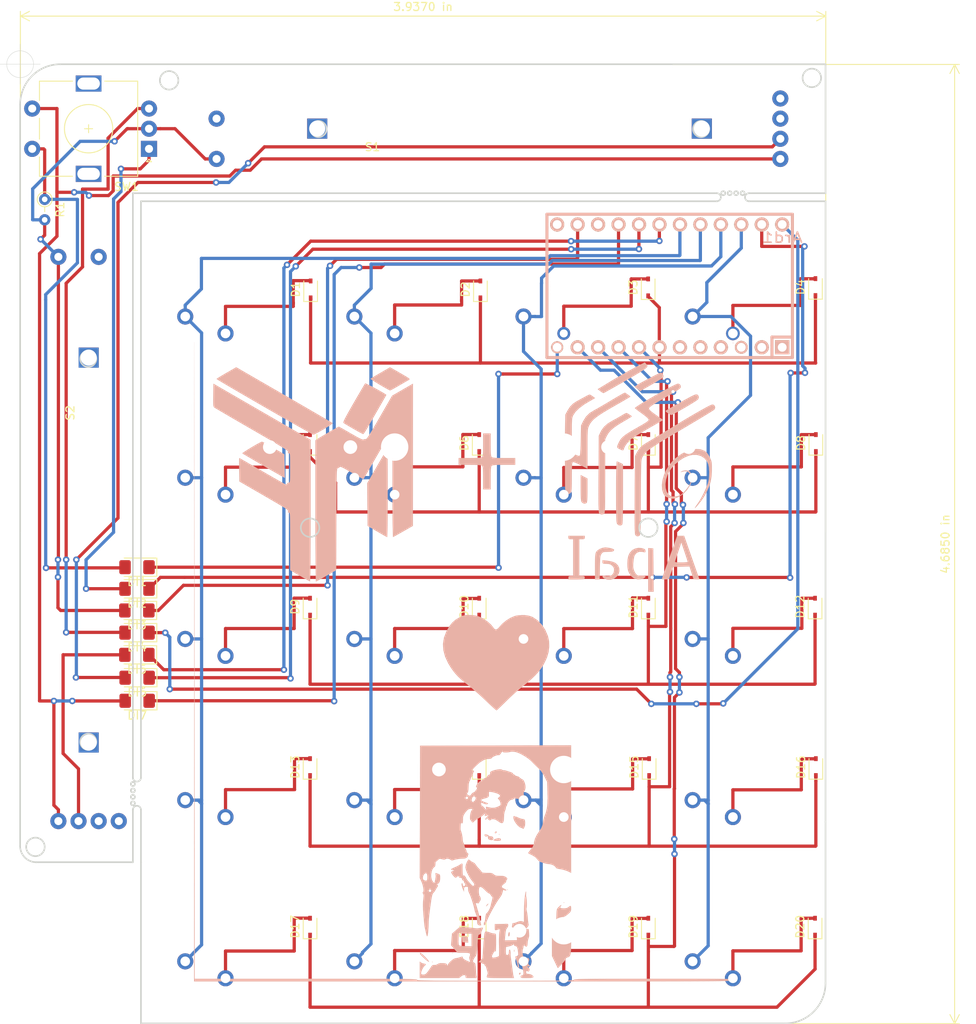
<source format=kicad_pcb>
(kicad_pcb (version 20171130) (host pcbnew "(5.1.0)-1")
  (layers (0 F.Cu signal) (31 B.Cu signal) (34 B.Paste user) (35 F.Paste user) (36 B.SilkS user) (37 F.SilkS user) (38 B.Mask user) (39 F.Mask user) (44 Edge.Cuts user))
  (net 0 "")
  (net 1 C4)
  (net 2 C3)
  (net 3 C2)
  (net 4 C1)
  (net 5 R2)
  (net 6 R1)
  (net 7 R3)
  (net 8 R4)
  (net 9 R5)
  (net 10 "Net-(Ard1-Pad1)")
  (net 11 "Net-(Ard1-Pad2)")
  (net 12 EnGNDC1)
  (net 13 "Net-(Ard1-Pad4)")
  (net 14 "Net-(Ard1-Pad5)")
  (net 15 "Net-(Ard1-Pad6)")
  (net 16 SwEn2)
  (net 17 "Net-(Ard1-Pad24)")
  (net 18 "Net-(Ard1-Pad22)")
  (net 19 S1)
  (net 20 S2)
  (net 21 S2-2)
  (net 22 EnPWMA)
  (net 23 EnPWMB)
  (net 24 "Net-(S1-Pad6)")
  (net 25 "Net-(S1-Pad4)")
  (net 26 "Net-(S1-Pad3)")
  (net 27 "Net-(S2-Pad3)")
  (net 28 "Net-(S2-Pad4)")
  (net 29 "Net-(S2-Pad6)")
  (net 30 "Net-(Ard1-Pad3)")
  (net 31 "Net-(D1-Pad2)")
  (net 32 "Net-(D2-Pad2)")
  (net 33 "Net-(D3-Pad2)")
  (net 34 "Net-(D4-Pad2)")
  (net 35 "Net-(D5-Pad2)")
  (net 36 "Net-(D6-Pad2)")
  (net 37 "Net-(D7-Pad2)")
  (net 38 "Net-(D8-Pad2)")
  (net 39 "Net-(D9-Pad2)")
  (net 40 "Net-(D10-Pad2)")
  (net 41 "Net-(D11-Pad2)")
  (net 42 "Net-(D12-Pad2)")
  (net 43 "Net-(D13-Pad2)")
  (net 44 "Net-(D14-Pad2)")
  (net 45 "Net-(D15-Pad2)")
  (net 46 "Net-(D16-Pad2)")
  (net 47 "Net-(D17-Pad2)")
  (net 48 "Net-(D18-Pad2)")
  (net 49 "Net-(D19-Pad2)")
  (net 50 "Net-(D20-Pad2)")
  (net 51 "Net-(DI1-Pad2)")
  (net 52 "Net-(DI2-Pad2)")
  (net 53 "Net-(DI4-Pad2)")
  (net 54 "Net-(DI5-Pad2)")
  (net 55 "Net-(DI6-Pad2)")
  (module Schematic2:AI_MF_D11Neg (layer B.Cu) (at 85.09 104.14 180)
    (fp_text reference G*** hide)
    (fp_text value LOGO hide)
  )
  (module Keebio-Parts:Kailh-PG1350-1u-No-Clickhole-No-LED (layer F.Cu) (at 76.47 137.47)
    (fp_text reference U18)
    (fp_text value Kailhlowprofile hide)
    (pad "" np_thru_hole circle (at 0 0 180) (size 3.4 3.4) (drill 3.4) (layers *.Cu))
    (pad 1 thru_hole circle (at 0 5.9 180) (size 2 2) (drill 1.2) (layers *.Cu *.Mask) (net 48 "Net-(D18-Pad2)"))
    (pad 2 thru_hole circle (at -5 3.8 41.9) (size 2 2) (drill 1.2) (layers *.Cu *.Mask) (net 3 C2))
    (pad "" np_thru_hole circle (at -5.5 0 180) (size 1.7 1.7) (drill 1.7) (layers *.Cu))
    (pad "" np_thru_hole circle (at 5.5 0 180) (size 1.7 1.7) (drill 1.7) (layers *.Cu))
  )
  (module Keebio-Parts:Kailh-PG1350-1u-No-Clickhole-No-LED (layer F.Cu) (at 55.47 137.47)
    (fp_text reference U17)
    (fp_text value Kailhlowprofile hide)
    (pad "" np_thru_hole circle (at 0 0 180) (size 3.4 3.4) (drill 3.4) (layers *.Cu))
    (pad 1 thru_hole circle (at 0 5.9 180) (size 2 2) (drill 1.2) (layers *.Cu *.Mask) (net 47 "Net-(D17-Pad2)"))
    (pad 2 thru_hole circle (at -5 3.8 41.9) (size 2 2) (drill 1.2) (layers *.Cu *.Mask) (net 4 C1))
    (pad "" np_thru_hole circle (at -5.5 0 180) (size 1.7 1.7) (drill 1.7) (layers *.Cu))
    (pad "" np_thru_hole circle (at 5.5 0 180) (size 1.7 1.7) (drill 1.7) (layers *.Cu))
  )
  (module Keebio-Parts:Kailh-PG1350-1u-No-Clickhole-No-LED (layer F.Cu) (at 97.47 137.47)
    (fp_text reference U19)
    (fp_text value Kailhlowprofile hide)
    (pad "" np_thru_hole circle (at 0 0 180) (size 3.4 3.4) (drill 3.4) (layers *.Cu))
    (pad 1 thru_hole circle (at 0 5.9 180) (size 2 2) (drill 1.2) (layers *.Cu *.Mask) (net 49 "Net-(D19-Pad2)"))
    (pad 2 thru_hole circle (at -5 3.8 41.9) (size 2 2) (drill 1.2) (layers *.Cu *.Mask) (net 2 C3))
    (pad "" np_thru_hole circle (at -5.5 0 180) (size 1.7 1.7) (drill 1.7) (layers *.Cu))
    (pad "" np_thru_hole circle (at 5.5 0 180) (size 1.7 1.7) (drill 1.7) (layers *.Cu))
  )
  (module Keebio-Parts:Kailh-PG1350-1u-No-Clickhole-No-LED (layer F.Cu) (at 118.47 137.47)
    (fp_text reference U20)
    (fp_text value Kailhlowprofile hide)
    (pad "" np_thru_hole circle (at 0 0 180) (size 3.4 3.4) (drill 3.4) (layers *.Cu))
    (pad 1 thru_hole circle (at 0 5.9 180) (size 2 2) (drill 1.2) (layers *.Cu *.Mask) (net 50 "Net-(D20-Pad2)"))
    (pad 2 thru_hole circle (at -5 3.8 41.9) (size 2 2) (drill 1.2) (layers *.Cu *.Mask) (net 1 C4))
    (pad "" np_thru_hole circle (at -5.5 0 180) (size 1.7 1.7) (drill 1.7) (layers *.Cu))
    (pad "" np_thru_hole circle (at 5.5 0 180) (size 1.7 1.7) (drill 1.7) (layers *.Cu))
  )
  (module Diode_SMD:D_SOD-323 (layer F.Cu) (at 86.97 136.97 90)
    (fp_text reference D18 (at 0 -1.85 90) (layer F.SilkS))
    (fp_text value 1N4148WS)
    (pad 2 smd rect (at 1.05 0 90) (size 0.6 0.45) (layers F.Cu F.Paste F.Mask) (net 48 "Net-(D18-Pad2)"))
    (pad 1 smd rect (at -1.05 0 90) (size 0.6 0.45) (layers F.Cu F.Paste F.Mask) (net 9 R5))
  )
  (module Diode_SMD:D_SOD-323 (layer F.Cu) (at 107.97 136.97 90)
    (fp_text reference D19 (at 0 -1.85 90) (layer F.SilkS))
    (fp_text value 1N4148WS)
    (pad 2 smd rect (at 1.05 0 90) (size 0.6 0.45) (layers F.Cu F.Paste F.Mask) (net 49 "Net-(D19-Pad2)"))
    (pad 1 smd rect (at -1.05 0 90) (size 0.6 0.45) (layers F.Cu F.Paste F.Mask) (net 9 R5))
  )
  (module Diode_SMD:D_SOD-323 (layer F.Cu) (at 128.67 136.97 90)
    (fp_text reference D20 (at 0 -1.85 90) (layer F.SilkS))
    (fp_text value 1N4148WS)
    (pad 2 smd rect (at 1.05 0 90) (size 0.6 0.45) (layers F.Cu F.Paste F.Mask) (net 50 "Net-(D20-Pad2)"))
    (pad 1 smd rect (at -1.05 0 90) (size 0.6 0.45) (layers F.Cu F.Paste F.Mask) (net 9 R5))
  )
  (module Diode_SMD:D_SOD-323 (layer F.Cu) (at 65.97 136.97 90)
    (fp_text reference D17 (at 0 -1.85 90) (layer F.SilkS))
    (fp_text value 1N4148WS)
    (pad 2 smd rect (at 1.05 0 90) (size 0.6 0.45) (layers F.Cu F.Paste F.Mask) (net 47 "Net-(D17-Pad2)"))
    (pad 1 smd rect (at -1.05 0 90) (size 0.6 0.45) (layers F.Cu F.Paste F.Mask) (net 9 R5))
  )
  (module Keebio-Parts:Kailh-PG1350-1u-No-Clickhole-No-LED (layer F.Cu) (at 55.47 117.47)
    (fp_text reference U13)
    (fp_text value Kailhlowprofile hide)
    (pad "" np_thru_hole circle (at 0 0 180) (size 3.4 3.4) (drill 3.4) (layers *.Cu))
    (pad 1 thru_hole circle (at 0 5.9 180) (size 2 2) (drill 1.2) (layers *.Cu *.Mask) (net 43 "Net-(D13-Pad2)"))
    (pad 2 thru_hole circle (at -5 3.8 41.9) (size 2 2) (drill 1.2) (layers *.Cu *.Mask) (net 4 C1))
    (pad "" np_thru_hole circle (at -5.5 0 180) (size 1.7 1.7) (drill 1.7) (layers *.Cu))
    (pad "" np_thru_hole circle (at 5.5 0 180) (size 1.7 1.7) (drill 1.7) (layers *.Cu))
  )
  (module Keebio-Parts:Kailh-PG1350-1u-No-Clickhole-No-LED (layer F.Cu) (at 118.47 117.47)
    (fp_text reference U16)
    (fp_text value Kailhlowprofile hide)
    (pad "" np_thru_hole circle (at 0 0 180) (size 3.4 3.4) (drill 3.4) (layers *.Cu))
    (pad 1 thru_hole circle (at 0 5.9 180) (size 2 2) (drill 1.2) (layers *.Cu *.Mask) (net 46 "Net-(D16-Pad2)"))
    (pad 2 thru_hole circle (at -5 3.8 41.9) (size 2 2) (drill 1.2) (layers *.Cu *.Mask) (net 1 C4))
    (pad "" np_thru_hole circle (at -5.5 0 180) (size 1.7 1.7) (drill 1.7) (layers *.Cu))
    (pad "" np_thru_hole circle (at 5.5 0 180) (size 1.7 1.7) (drill 1.7) (layers *.Cu))
  )
  (module Keebio-Parts:Kailh-PG1350-1u-No-Clickhole-No-LED (layer F.Cu) (at 118.47 97.47)
    (fp_text reference U12)
    (fp_text value Kailhlowprofile hide)
    (pad "" np_thru_hole circle (at 0 0 180) (size 3.4 3.4) (drill 3.4) (layers *.Cu))
    (pad 1 thru_hole circle (at 0 5.9 180) (size 2 2) (drill 1.2) (layers *.Cu *.Mask) (net 42 "Net-(D12-Pad2)"))
    (pad 2 thru_hole circle (at -5 3.8 41.9) (size 2 2) (drill 1.2) (layers *.Cu *.Mask) (net 1 C4))
    (pad "" np_thru_hole circle (at -5.5 0 180) (size 1.7 1.7) (drill 1.7) (layers *.Cu))
    (pad "" np_thru_hole circle (at 5.5 0 180) (size 1.7 1.7) (drill 1.7) (layers *.Cu))
  )
  (module Keebio-Parts:Kailh-PG1350-1u-No-Clickhole-No-LED (layer F.Cu) (at 76.47 117.47)
    (fp_text reference U14)
    (fp_text value Kailhlowprofile hide)
    (pad "" np_thru_hole circle (at 0 0 180) (size 3.4 3.4) (drill 3.4) (layers *.Cu))
    (pad 1 thru_hole circle (at 0 5.9 180) (size 2 2) (drill 1.2) (layers *.Cu *.Mask) (net 44 "Net-(D14-Pad2)"))
    (pad 2 thru_hole circle (at -5 3.8 41.9) (size 2 2) (drill 1.2) (layers *.Cu *.Mask) (net 3 C2))
    (pad "" np_thru_hole circle (at -5.5 0 180) (size 1.7 1.7) (drill 1.7) (layers *.Cu))
    (pad "" np_thru_hole circle (at 5.5 0 180) (size 1.7 1.7) (drill 1.7) (layers *.Cu))
  )
  (module Keebio-Parts:Kailh-PG1350-1u-No-Clickhole-No-LED (layer F.Cu) (at 97.47 117.47)
    (fp_text reference U15)
    (fp_text value Kailhlowprofile hide)
    (pad "" np_thru_hole circle (at 0 0 180) (size 3.4 3.4) (drill 3.4) (layers *.Cu))
    (pad 1 thru_hole circle (at 0 5.9 180) (size 2 2) (drill 1.2) (layers *.Cu *.Mask) (net 45 "Net-(D15-Pad2)"))
    (pad 2 thru_hole circle (at -5 3.8 41.9) (size 2 2) (drill 1.2) (layers *.Cu *.Mask) (net 2 C3))
    (pad "" np_thru_hole circle (at -5.5 0 180) (size 1.7 1.7) (drill 1.7) (layers *.Cu))
    (pad "" np_thru_hole circle (at 5.5 0 180) (size 1.7 1.7) (drill 1.7) (layers *.Cu))
  )
  (module Keebio-Parts:Kailh-PG1350-1u-No-Clickhole-No-LED (layer F.Cu) (at 118.47 77.47)
    (fp_text reference U8)
    (fp_text value Kailhlowprofile hide)
    (pad "" np_thru_hole circle (at 0 0 180) (size 3.4 3.4) (drill 3.4) (layers *.Cu))
    (pad 1 thru_hole circle (at 0 5.9 180) (size 2 2) (drill 1.2) (layers *.Cu *.Mask) (net 38 "Net-(D8-Pad2)"))
    (pad 2 thru_hole circle (at -5 3.8 41.9) (size 2 2) (drill 1.2) (layers *.Cu *.Mask) (net 1 C4))
    (pad "" np_thru_hole circle (at -5.5 0 180) (size 1.7 1.7) (drill 1.7) (layers *.Cu))
    (pad "" np_thru_hole circle (at 5.5 0 180) (size 1.7 1.7) (drill 1.7) (layers *.Cu))
  )
  (module Keebio-Parts:Kailh-PG1350-1u-No-Clickhole-No-LED (layer F.Cu) (at 97.47 57.47)
    (fp_text reference U3)
    (fp_text value Kailhlowprofile hide)
    (pad "" np_thru_hole circle (at 0 0 180) (size 3.4 3.4) (drill 3.4) (layers *.Cu))
    (pad 1 thru_hole circle (at 0 5.9 180) (size 1.6 1.6) (drill 1) (layers *.Cu *.Mask) (net 33 "Net-(D3-Pad2)"))
    (pad 2 thru_hole circle (at -5 3.8 41.9) (size 2 2) (drill 1.2) (layers *.Cu *.Mask) (net 2 C3))
    (pad "" np_thru_hole circle (at -5.5 0 180) (size 1.7 1.7) (drill 1.7) (layers *.Cu))
    (pad "" np_thru_hole circle (at 5.5 0 180) (size 1.7 1.7) (drill 1.7) (layers *.Cu))
  )
  (module Keebio-Parts:Kailh-PG1350-1u-No-Clickhole-No-LED (layer F.Cu) (at 55.47 97.47)
    (fp_text reference U9)
    (fp_text value Kailhlowprofile hide)
    (pad "" np_thru_hole circle (at 0 0 180) (size 3.4 3.4) (drill 3.4) (layers *.Cu))
    (pad 1 thru_hole circle (at 0 5.9 180) (size 2 2) (drill 1.2) (layers *.Cu *.Mask) (net 39 "Net-(D9-Pad2)"))
    (pad 2 thru_hole circle (at -5 3.8 41.9) (size 2 2) (drill 1.2) (layers *.Cu *.Mask) (net 4 C1))
    (pad "" np_thru_hole circle (at -5.5 0 180) (size 1.7 1.7) (drill 1.7) (layers *.Cu))
    (pad "" np_thru_hole circle (at 5.5 0 180) (size 1.7 1.7) (drill 1.7) (layers *.Cu))
  )
  (module Rotary_Encoder:RotaryEncoder_Alps_EC11E-Switch_Vertical_H20mm (layer F.Cu) (at 45.97 40.47 180)
    (fp_text reference SW1 (at 2.8 -4.7 180) (layer F.SilkS))
    (fp_text value Rotary_Encoder_Switch)
    (pad S1 thru_hole circle (at 14.5 5 180) (size 2 2) (drill 1) (layers *.Cu *.Mask) (net 19 S1))
    (pad S2 thru_hole circle (at 14.5 0 180) (size 2 2) (drill 1) (layers *.Cu *.Mask) (net 51 "Net-(DI1-Pad2)"))
    (pad MP thru_hole rect (at 7.5 8.1 180) (size 3.2 2) (drill oval 2.8 1.5) (layers *.Cu *.Mask))
    (pad MP thru_hole rect (at 7.5 -3.1 180) (size 3.2 2) (drill oval 2.8 1.5) (layers *.Cu *.Mask))
    (pad B thru_hole circle (at 0 5 180) (size 2 2) (drill 1) (layers *.Cu *.Mask) (net 53 "Net-(DI4-Pad2)"))
    (pad C thru_hole circle (at 0 2.5 180) (size 2 2) (drill 1) (layers *.Cu *.Mask) (net 12 EnGNDC1))
    (pad A thru_hole rect (at 0 0 180) (size 2 2) (drill 1) (layers *.Cu *.Mask) (net 52 "Net-(DI2-Pad2)"))
  )
  (module Keebio-Parts:Kailh-PG1350-1u-No-Clickhole-No-LED (layer F.Cu) (at 55.47 77.47)
    (fp_text reference U5)
    (fp_text value Kailhlowprofile hide)
    (pad "" np_thru_hole circle (at 0 0 180) (size 3.4 3.4) (drill 3.4) (layers *.Cu))
    (pad 1 thru_hole circle (at 0 5.9 180) (size 2 2) (drill 1.2) (layers *.Cu *.Mask) (net 35 "Net-(D5-Pad2)"))
    (pad 2 thru_hole circle (at -5 3.8 41.9) (size 2 2) (drill 1.2) (layers *.Cu *.Mask) (net 4 C1))
    (pad "" np_thru_hole circle (at -5.5 0 180) (size 1.7 1.7) (drill 1.7) (layers *.Cu))
    (pad "" np_thru_hole circle (at 5.5 0 180) (size 1.7 1.7) (drill 1.7) (layers *.Cu))
  )
  (module Keebio-Parts:Kailh-PG1350-1u-No-Clickhole-No-LED (layer F.Cu) (at 97.47 97.47)
    (fp_text reference U11)
    (fp_text value Kailhlowprofile hide)
    (pad "" np_thru_hole circle (at 0 0 180) (size 3.4 3.4) (drill 3.4) (layers *.Cu))
    (pad 1 thru_hole circle (at 0 5.9 180) (size 2 2) (drill 1.2) (layers *.Cu *.Mask) (net 41 "Net-(D11-Pad2)"))
    (pad 2 thru_hole circle (at -5 3.8 41.9) (size 2 2) (drill 1.2) (layers *.Cu *.Mask) (net 2 C3))
    (pad "" np_thru_hole circle (at -5.5 0 180) (size 1.7 1.7) (drill 1.7) (layers *.Cu))
    (pad "" np_thru_hole circle (at 5.5 0 180) (size 1.7 1.7) (drill 1.7) (layers *.Cu))
  )
  (module Keebio-Parts:Kailh-PG1350-1u-No-Clickhole-No-LED (layer F.Cu) (at 55.47 57.47)
    (fp_text reference U1)
    (fp_text value Kailhlowprofile hide)
    (pad "" np_thru_hole circle (at 0 0 180) (size 3.4 3.4) (drill 3.4) (layers *.Cu))
    (pad 1 thru_hole circle (at 0 5.9 180) (size 2 2) (drill 1.2) (layers *.Cu *.Mask) (net 31 "Net-(D1-Pad2)"))
    (pad 2 thru_hole circle (at -5 3.8 41.9) (size 2 2) (drill 1.2) (layers *.Cu *.Mask) (net 4 C1))
    (pad "" np_thru_hole circle (at -5.5 0 180) (size 1.7 1.7) (drill 1.7) (layers *.Cu))
    (pad "" np_thru_hole circle (at 5.5 0 180) (size 1.7 1.7) (drill 1.7) (layers *.Cu))
  )
  (module Keebio-Parts:Kailh-PG1350-1u-No-Clickhole-No-LED (layer F.Cu) (at 76.47 97.47)
    (fp_text reference U10)
    (fp_text value Kailhlowprofile hide)
    (pad "" np_thru_hole circle (at 0 0 180) (size 3.4 3.4) (drill 3.4) (layers *.Cu))
    (pad 1 thru_hole circle (at 0 5.9 180) (size 2 2) (drill 1.2) (layers *.Cu *.Mask) (net 40 "Net-(D10-Pad2)"))
    (pad 2 thru_hole circle (at -5 3.8 41.9) (size 2 2) (drill 1.2) (layers *.Cu *.Mask) (net 3 C2))
    (pad "" np_thru_hole circle (at -5.5 0 180) (size 1.7 1.7) (drill 1.7) (layers *.Cu))
    (pad "" np_thru_hole circle (at 5.5 0 180) (size 1.7 1.7) (drill 1.7) (layers *.Cu))
  )
  (module Diode_SMD:D_1206_3216Metric_Pad1.42x1.75mm_HandSolder (layer F.Cu) (at 44.4825 100.49 180)
    (fp_text reference DI4 (at 0 -1.82 180) (layer F.SilkS))
    (fp_text value 1N4448WS)
    (pad 2 smd roundrect (at 1.4875 0 180) (size 1.425 1.75) (layers F.Cu F.Paste F.Mask) (roundrect_rratio 0.175439) (net 53 "Net-(DI4-Pad2)"))
    (pad 1 smd roundrect (at -1.4875 0 180) (size 1.425 1.75) (layers F.Cu F.Paste F.Mask) (roundrect_rratio 0.175439) (net 23 EnPWMB))
  )
  (module Diode_SMD:D_1206_3216Metric_Pad1.42x1.75mm_HandSolder (layer F.Cu) (at 44.5025 108.94 180)
    (fp_text reference DI7 (at 0 -1.82 180) (layer F.SilkS))
    (fp_text value 1N4448WS)
    (pad 2 smd roundrect (at 1.4875 0 180) (size 1.425 1.75) (layers F.Cu F.Paste F.Mask) (roundrect_rratio 0.175439) (net 19 S1))
    (pad 1 smd roundrect (at -1.4875 0 180) (size 1.425 1.75) (layers F.Cu F.Paste F.Mask) (roundrect_rratio 0.175439) (net 19 S1))
  )
  (module Diode_SMD:D_1206_3216Metric_Pad1.42x1.75mm_HandSolder (layer F.Cu) (at 44.4625 103.24 180)
    (fp_text reference DI5 (at 0 -1.82 180) (layer F.SilkS))
    (fp_text value 1N4448WS)
    (pad 2 smd roundrect (at 1.4875 0 180) (size 1.425 1.75) (layers F.Cu F.Paste F.Mask) (roundrect_rratio 0.175439) (net 54 "Net-(DI5-Pad2)"))
    (pad 1 smd roundrect (at -1.4875 0 180) (size 1.425 1.75) (layers F.Cu F.Paste F.Mask) (roundrect_rratio 0.175439) (net 21 S2-2))
  )
  (module Diode_SMD:D_1206_3216Metric_Pad1.42x1.75mm_HandSolder (layer F.Cu) (at 44.4975 106.08 180)
    (fp_text reference DI6 (at 0 -1.82 180) (layer F.SilkS))
    (fp_text value 1N4448WS)
    (pad 2 smd roundrect (at 1.4875 0 180) (size 1.425 1.75) (layers F.Cu F.Paste F.Mask) (roundrect_rratio 0.175439) (net 55 "Net-(DI6-Pad2)"))
    (pad 1 smd roundrect (at -1.4875 0 180) (size 1.425 1.75) (layers F.Cu F.Paste F.Mask) (roundrect_rratio 0.175439) (net 20 S2))
  )
  (module Keebio-Parts:Kailh-PG1350-1u-No-Clickhole-No-LED (layer F.Cu) (at 118.47 57.47)
    (fp_text reference U4)
    (fp_text value Kailhlowprofile hide)
    (pad "" np_thru_hole circle (at 0 0 180) (size 3.4 3.4) (drill 3.4) (layers *.Cu))
    (pad 1 thru_hole circle (at 0 5.9 180) (size 1.7 1.7) (drill 1.2) (layers *.Cu *.Mask) (net 34 "Net-(D4-Pad2)"))
    (pad 2 thru_hole circle (at -5 3.8 41.9) (size 2 2) (drill 1.2) (layers *.Cu *.Mask) (net 1 C4))
    (pad "" np_thru_hole circle (at -5.5 0 180) (size 1.7 1.7) (drill 1.7) (layers *.Cu))
    (pad "" np_thru_hole circle (at 5.5 0 180) (size 1.7 1.7) (drill 1.7) (layers *.Cu))
  )
  (module Keebio-Parts:Kailh-PG1350-1u-No-Clickhole-No-LED (layer F.Cu) (at 97.47 77.47)
    (fp_text reference U7)
    (fp_text value Kailhlowprofile hide)
    (pad "" np_thru_hole circle (at 0 0 180) (size 3.4 3.4) (drill 3.4) (layers *.Cu))
    (pad 1 thru_hole circle (at 0 5.9 180) (size 2 2) (drill 1.2) (layers *.Cu *.Mask) (net 37 "Net-(D7-Pad2)"))
    (pad 2 thru_hole circle (at -5 3.8 41.9) (size 2 2) (drill 1.2) (layers *.Cu *.Mask) (net 2 C3))
    (pad "" np_thru_hole circle (at -5.5 0 180) (size 1.7 1.7) (drill 1.7) (layers *.Cu))
    (pad "" np_thru_hole circle (at 5.5 0 180) (size 1.7 1.7) (drill 1.7) (layers *.Cu))
  )
  (module Keebio-Parts:Kailh-PG1350-1u-No-Clickhole-No-LED (layer F.Cu) (at 76.47 77.47)
    (fp_text reference U6)
    (fp_text value Kailhlowprofile hide)
    (pad "" np_thru_hole circle (at 0 0 180) (size 3.4 3.4) (drill 3.4) (layers *.Cu))
    (pad 1 thru_hole circle (at 0 5.9 180) (size 2 2) (drill 1.2) (layers *.Cu *.Mask) (net 36 "Net-(D6-Pad2)"))
    (pad 2 thru_hole circle (at -5 3.8 41.9) (size 2 2) (drill 1.2) (layers *.Cu *.Mask) (net 3 C2))
    (pad "" np_thru_hole circle (at -5.5 0 180) (size 1.7 1.7) (drill 1.7) (layers *.Cu))
    (pad "" np_thru_hole circle (at 5.5 0 180) (size 1.7 1.7) (drill 1.7) (layers *.Cu))
  )
  (module Resistor_THT:R_Axial_DIN0204_L3.6mm_D1.6mm_P2.54mm_Vertical (layer F.Cu) (at 33.018 46.734 270)
    (fp_text reference R1 (at 1.27 -1.92 270) (layer F.SilkS))
    (fp_text value R)
    (pad 1 thru_hole circle (at 0 0 270) (size 1.4 1.4) (drill 0.7) (layers *.Cu *.Mask) (net 51 "Net-(DI1-Pad2)"))
    (pad 2 thru_hole oval (at 2.54 0 270) (size 1.4 1.4) (drill 0.7) (layers *.Cu *.Mask) (net 12 EnGNDC1))
  )
  (module alps_slider:ALPS-Slider (layer F.Cu) (at 38.48 66.37 90)
    (fp_text reference S2 (at -6.858 -2.286 90) (layer F.SilkS))
    (fp_text value Slider_ALPS)
    (fp_circle (center -47.658001 -0.050976) (end -48.658001 -0.050976) (layer Edge.Cuts) (width 0.2))
    (fp_circle (center -0.158001 -0.050976) (end -1.158001 -0.050976) (layer Edge.Cuts) (width 0.2))
    (pad Hole1 thru_hole rect (at -47.752 0 90) (size 2.5 2.5) (drill oval 2) (layers *.Cu *.Mask))
    (pad 6 thru_hole circle (at 12.5 1.24 90) (size 2 2) (drill 1) (layers *.Cu *.Mask) (net 29 "Net-(S2-Pad6)"))
    (pad 5 thru_hole circle (at 12.5 -3.76 90) (size 2 2) (drill 1) (layers *.Cu *.Mask) (net 12 EnGNDC1))
    (pad 4 thru_hole circle (at -57.5 3.74 90) (size 2 2) (drill 1) (layers *.Cu *.Mask) (net 28 "Net-(S2-Pad4)"))
    (pad 3 thru_hole circle (at -57.5 1.24 90) (size 2 2) (drill 1) (layers *.Cu *.Mask) (net 27 "Net-(S2-Pad3)"))
    (pad 2 thru_hole circle (at -57.5 -1.26 90) (size 2 2) (drill 1) (layers *.Cu *.Mask) (net 54 "Net-(DI5-Pad2)"))
    (pad 1 thru_hole circle (at -57.5 -3.76 90) (size 2 2) (drill 1) (layers *.Cu *.Mask) (net 19 S1))
    (pad Hole1 thru_hole rect (at 0 0 90) (size 2.5 2.5) (drill oval 2) (layers *.Cu *.Mask))
  )
  (module Keebio-Parts:Kailh-PG1350-1u-No-Clickhole-No-LED (layer F.Cu) (at 76.47 57.47)
    (fp_text reference U2)
    (fp_text value Kailhlowprofile hide)
    (pad "" np_thru_hole circle (at 0 0 180) (size 3.4 3.4) (drill 3.4) (layers *.Cu))
    (pad 1 thru_hole circle (at 0 5.9 180) (size 2 2) (drill 1.2) (layers *.Cu *.Mask) (net 32 "Net-(D2-Pad2)"))
    (pad 2 thru_hole circle (at -5 3.8 41.9) (size 2 2) (drill 1.2) (layers *.Cu *.Mask) (net 3 C2))
    (pad "" np_thru_hole circle (at -5.5 0 180) (size 1.7 1.7) (drill 1.7) (layers *.Cu))
    (pad "" np_thru_hole circle (at 5.5 0 180) (size 1.7 1.7) (drill 1.7) (layers *.Cu))
  )
  (module Diode_SMD:D_SOD-323 (layer F.Cu) (at 66.038 57.91 90)
    (fp_text reference D1 (at 0 -1.85 90) (layer F.SilkS))
    (fp_text value 1N4148WS)
    (pad 2 smd rect (at 1.05 0 90) (size 0.6 0.45) (layers F.Cu F.Paste F.Mask) (net 31 "Net-(D1-Pad2)"))
    (pad 1 smd rect (at -1.05 0 90) (size 0.6 0.45) (layers F.Cu F.Paste F.Mask) (net 6 R1))
  )
  (module Diode_SMD:D_SOD-323 (layer F.Cu) (at 128.72 57.62 90)
    (fp_text reference D4 (at 0 -1.85 90) (layer F.SilkS))
    (fp_text value 1N4148WS)
    (pad 2 smd rect (at 1.05 0 90) (size 0.6 0.45) (layers F.Cu F.Paste F.Mask) (net 34 "Net-(D4-Pad2)"))
    (pad 1 smd rect (at -1.05 0 90) (size 0.6 0.45) (layers F.Cu F.Paste F.Mask) (net 6 R1))
  )
  (module Diode_SMD:D_SOD-323 (layer F.Cu) (at 87.12 57.91 90)
    (fp_text reference D2 (at 0 -1.85 90) (layer F.SilkS))
    (fp_text value 1N4148WS)
    (pad 2 smd rect (at 1.05 0 90) (size 0.6 0.45) (layers F.Cu F.Paste F.Mask) (net 32 "Net-(D2-Pad2)"))
    (pad 1 smd rect (at -1.05 0 90) (size 0.6 0.45) (layers F.Cu F.Paste F.Mask) (net 6 R1))
  )
  (module keebs:Pro_Micro (layer B.Cu) (at 124.59 49.85 180)
    (fp_text reference Ard1 (at 0 -1.625 180) (layer B.SilkS) (effects (font (size 1.27 1.524) (thickness 0.2032)) (justify mirror)))
    (fp_text value ProMicro hide)
    (pad 13 thru_hole circle (at 0 0 180) (size 1.7526 1.7526) (drill 1.0922) (layers *.Cu *.SilkS *.Mask) (net 23 EnPWMB))
    (pad 14 thru_hole circle (at 2.54 0 180) (size 1.7526 1.7526) (drill 1.0922) (layers *.Cu *.SilkS *.Mask) (net 22 EnPWMA))
    (pad 15 thru_hole circle (at 5.08 0 180) (size 1.7526 1.7526) (drill 1.0922) (layers *.Cu *.SilkS *.Mask) (net 1 C4))
    (pad 16 thru_hole circle (at 7.62 0 180) (size 1.7526 1.7526) (drill 1.0922) (layers *.Cu *.SilkS *.Mask) (net 2 C3))
    (pad 17 thru_hole circle (at 10.16 0 180) (size 1.7526 1.7526) (drill 1.0922) (layers *.Cu *.SilkS *.Mask) (net 3 C2))
    (pad 18 thru_hole circle (at 12.7 0 180) (size 1.7526 1.7526) (drill 1.0922) (layers *.Cu *.SilkS *.Mask) (net 4 C1))
    (pad 19 thru_hole circle (at 15.24 0 180) (size 1.7526 1.7526) (drill 1.0922) (layers *.Cu *.SilkS *.Mask) (net 21 S2-2))
    (pad 20 thru_hole circle (at 17.78 0 180) (size 1.7526 1.7526) (drill 1.0922) (layers *.Cu *.SilkS *.Mask) (net 20 S2))
    (pad 21 thru_hole circle (at 20.32 0 180) (size 1.7526 1.7526) (drill 1.0922) (layers *.Cu *.SilkS *.Mask) (net 19 S1))
    (pad 22 thru_hole circle (at 22.86 0 180) (size 1.7526 1.7526) (drill 1.0922) (layers *.Cu *.SilkS *.Mask) (net 18 "Net-(Ard1-Pad22)"))
    (pad 23 thru_hole circle (at 25.4 0 180) (size 1.7526 1.7526) (drill 1.0922) (layers *.Cu *.SilkS *.Mask) (net 12 EnGNDC1))
    (pad 24 thru_hole circle (at 27.94 0 180) (size 1.7526 1.7526) (drill 1.0922) (layers *.Cu *.SilkS *.Mask) (net 17 "Net-(Ard1-Pad24)"))
    (pad 12 thru_hole circle (at 27.94 -15.24 180) (size 1.5 1.5) (drill 1.0922) (layers *.Cu *.SilkS *.Mask) (net 16 SwEn2))
    (pad 11 thru_hole circle (at 25.4 -15.24 180) (size 1.7526 1.7526) (drill 1.0922) (layers *.Cu *.SilkS *.Mask) (net 9 R5))
    (pad 10 thru_hole circle (at 22.86 -15.24 180) (size 1.7526 1.7526) (drill 1.0922) (layers *.Cu *.SilkS *.Mask) (net 8 R4))
    (pad 9 thru_hole circle (at 20.32 -15.24 180) (size 1.7526 1.7526) (drill 1.0922) (layers *.Cu *.SilkS *.Mask) (net 7 R3))
    (pad 8 thru_hole circle (at 17.78 -15.24 180) (size 1.7526 1.7526) (drill 1.0922) (layers *.Cu *.SilkS *.Mask) (net 5 R2))
    (pad 7 thru_hole circle (at 15.24 -15.24 180) (size 1.7526 1.7526) (drill 1.0922) (layers *.Cu *.SilkS *.Mask) (net 6 R1))
    (pad 6 thru_hole circle (at 12.7 -15.24 180) (size 1.7526 1.7526) (drill 1.0922) (layers *.Cu *.SilkS *.Mask) (net 15 "Net-(Ard1-Pad6)"))
    (pad 5 thru_hole circle (at 10.16 -15.24 180) (size 1.7526 1.7526) (drill 1.0922) (layers *.Cu *.SilkS *.Mask) (net 14 "Net-(Ard1-Pad5)"))
    (pad 4 thru_hole circle (at 7.62 -15.24 180) (size 1.7526 1.7526) (drill 1.0922) (layers *.Cu *.SilkS *.Mask) (net 13 "Net-(Ard1-Pad4)"))
    (pad 3 thru_hole circle (at 5.08 -15.24 180) (size 1.6 1.6) (drill 1.0922) (layers *.Cu *.SilkS *.Mask) (net 30 "Net-(Ard1-Pad3)"))
    (pad 2 thru_hole circle (at 2.54 -15.24 180) (size 1.7526 1.7526) (drill 1.0922) (layers *.Cu *.SilkS *.Mask) (net 11 "Net-(Ard1-Pad2)"))
    (pad 1 thru_hole rect (at 0 -15.24 180) (size 1.7526 1.7526) (drill 1.0922) (layers *.Cu *.SilkS *.Mask) (net 10 "Net-(Ard1-Pad1)"))
  )
  (module Diode_SMD:D_SOD-323 (layer F.Cu) (at 107.948 57.656 90)
    (fp_text reference D3 (at 0 -1.85 90) (layer F.SilkS))
    (fp_text value 1N4148WS)
    (pad 2 smd rect (at 1.05 0 90) (size 0.6 0.45) (layers F.Cu F.Paste F.Mask) (net 33 "Net-(D3-Pad2)"))
    (pad 1 smd rect (at -1.05 0 90) (size 0.6 0.45) (layers F.Cu F.Paste F.Mask) (net 6 R1))
  )
  (module Diode_SMD:D_SOD-323 (layer F.Cu) (at 65.97 76.97 90)
    (fp_text reference D5 (at 0 -1.85 90) (layer F.SilkS))
    (fp_text value 1N4148WS)
    (pad 2 smd rect (at 1.05 0 90) (size 0.6 0.45) (layers F.Cu F.Paste F.Mask) (net 35 "Net-(D5-Pad2)"))
    (pad 1 smd rect (at -1.05 0 90) (size 0.6 0.45) (layers F.Cu F.Paste F.Mask) (net 5 R2))
  )
  (module Diode_SMD:D_1206_3216Metric_Pad1.42x1.75mm_HandSolder (layer F.Cu) (at 44.4625 97.74 180)
    (fp_text reference DI3 (at 0 -1.82 180) (layer F.SilkS))
    (fp_text value 1N4448WS)
    (pad 2 smd roundrect (at 1.4875 0 180) (size 1.425 1.75) (layers F.Cu F.Paste F.Mask) (roundrect_rratio 0.175439) (net 12 EnGNDC1))
    (pad 1 smd roundrect (at -1.4875 0 180) (size 1.425 1.75) (layers F.Cu F.Paste F.Mask) (roundrect_rratio 0.175439) (net 12 EnGNDC1))
  )
  (module Diode_SMD:D_SOD-323 (layer F.Cu) (at 107.97 97.27 90)
    (fp_text reference D11 (at 0 -1.85 90) (layer F.SilkS))
    (fp_text value 1N4148WS)
    (pad 2 smd rect (at 1.05 0 90) (size 0.6 0.45) (layers F.Cu F.Paste F.Mask) (net 41 "Net-(D11-Pad2)"))
    (pad 1 smd rect (at -1.05 0 90) (size 0.6 0.45) (layers F.Cu F.Paste F.Mask) (net 7 R3))
  )
  (module Diode_SMD:D_SOD-323 (layer F.Cu) (at 128.77 117.17 90)
    (fp_text reference D16 (at 0 -1.85 90) (layer F.SilkS))
    (fp_text value 1N4148WS)
    (pad 2 smd rect (at 1.05 0 90) (size 0.6 0.45) (layers F.Cu F.Paste F.Mask) (net 46 "Net-(D16-Pad2)"))
    (pad 1 smd rect (at -1.05 0 90) (size 0.6 0.45) (layers F.Cu F.Paste F.Mask) (net 8 R4))
  )
  (module Diode_SMD:D_SOD-323 (layer F.Cu) (at 65.97 117.17 90)
    (fp_text reference D13 (at 0 -1.85 90) (layer F.SilkS))
    (fp_text value 1N4148WS)
    (pad 2 smd rect (at 1.05 0 90) (size 0.6 0.45) (layers F.Cu F.Paste F.Mask) (net 43 "Net-(D13-Pad2)"))
    (pad 1 smd rect (at -1.05 0 90) (size 0.6 0.45) (layers F.Cu F.Paste F.Mask) (net 8 R4))
  )
  (module Diode_SMD:D_SOD-323 (layer F.Cu) (at 107.97 76.97 90)
    (fp_text reference D7 (at 0 -1.85 90) (layer F.SilkS))
    (fp_text value 1N4148WS)
    (pad 2 smd rect (at 1.05 0 90) (size 0.6 0.45) (layers F.Cu F.Paste F.Mask) (net 37 "Net-(D7-Pad2)"))
    (pad 1 smd rect (at -1.05 0 90) (size 0.6 0.45) (layers F.Cu F.Paste F.Mask) (net 5 R2))
  )
  (module Diode_SMD:D_SOD-323 (layer F.Cu) (at 65.97 97.27 90)
    (fp_text reference D9 (at 0 -1.85 90) (layer F.SilkS))
    (fp_text value 1N4148WS)
    (pad 2 smd rect (at 1.05 0 90) (size 0.6 0.45) (layers F.Cu F.Paste F.Mask) (net 39 "Net-(D9-Pad2)"))
    (pad 1 smd rect (at -1.05 0 90) (size 0.6 0.45) (layers F.Cu F.Paste F.Mask) (net 7 R3))
  )
  (module Diode_SMD:D_SOD-323 (layer F.Cu) (at 86.97 117.17 90)
    (fp_text reference D14 (at 0 -1.85 90) (layer F.SilkS))
    (fp_text value 1N4148WS)
    (pad 2 smd rect (at 1.05 0 90) (size 0.6 0.45) (layers F.Cu F.Paste F.Mask) (net 44 "Net-(D14-Pad2)"))
    (pad 1 smd rect (at -1.05 0 90) (size 0.6 0.45) (layers F.Cu F.Paste F.Mask) (net 8 R4))
  )
  (module Diode_SMD:D_SOD-323 (layer F.Cu) (at 86.97 76.97 90)
    (fp_text reference D6 (at 0 -1.85 90) (layer F.SilkS))
    (fp_text value 1N4148WS)
    (pad 2 smd rect (at 1.05 0 90) (size 0.6 0.45) (layers F.Cu F.Paste F.Mask) (net 36 "Net-(D6-Pad2)"))
    (pad 1 smd rect (at -1.05 0 90) (size 0.6 0.45) (layers F.Cu F.Paste F.Mask) (net 5 R2))
  )
  (module Diode_SMD:D_SOD-323 (layer F.Cu) (at 108.07 117.17 90)
    (fp_text reference D15 (at 0 -1.85 90) (layer F.SilkS))
    (fp_text value 1N4148WS)
    (pad 2 smd rect (at 1.05 0 90) (size 0.6 0.45) (layers F.Cu F.Paste F.Mask) (net 45 "Net-(D15-Pad2)"))
    (pad 1 smd rect (at -1.05 0 90) (size 0.6 0.45) (layers F.Cu F.Paste F.Mask) (net 8 R4))
  )
  (module Diode_SMD:D_SOD-323 (layer F.Cu) (at 128.77 76.97 90)
    (fp_text reference D8 (at 0 -1.85 90) (layer F.SilkS))
    (fp_text value 1N4148WS)
    (pad 2 smd rect (at 1.05 0 90) (size 0.6 0.45) (layers F.Cu F.Paste F.Mask) (net 38 "Net-(D8-Pad2)"))
    (pad 1 smd rect (at -1.05 0 90) (size 0.6 0.45) (layers F.Cu F.Paste F.Mask) (net 5 R2))
  )
  (module Diode_SMD:D_SOD-323 (layer F.Cu) (at 128.67 97.27 90)
    (fp_text reference D12 (at 0 -1.85 90) (layer F.SilkS))
    (fp_text value 1N4148WS)
    (pad 2 smd rect (at 1.05 0 90) (size 0.6 0.45) (layers F.Cu F.Paste F.Mask) (net 42 "Net-(D12-Pad2)"))
    (pad 1 smd rect (at -1.05 0 90) (size 0.6 0.45) (layers F.Cu F.Paste F.Mask) (net 7 R3))
  )
  (module Diode_SMD:D_SOD-323 (layer F.Cu) (at 86.97 97.27 90)
    (fp_text reference D10 (at 0 -1.85 90) (layer F.SilkS))
    (fp_text value 1N4148WS)
    (pad 2 smd rect (at 1.05 0 90) (size 0.6 0.45) (layers F.Cu F.Paste F.Mask) (net 40 "Net-(D10-Pad2)"))
    (pad 1 smd rect (at -1.05 0 90) (size 0.6 0.45) (layers F.Cu F.Paste F.Mask) (net 7 R3))
  )
  (module Diode_SMD:D_1206_3216Metric_Pad1.42x1.75mm_HandSolder (layer F.Cu) (at 44.4825 95.05 180)
    (fp_text reference DI2 (at 0 -1.82 180) (layer F.SilkS))
    (fp_text value 1N4448WS)
    (pad 2 smd roundrect (at 1.4875 0 180) (size 1.425 1.75) (layers F.Cu F.Paste F.Mask) (roundrect_rratio 0.175439) (net 52 "Net-(DI2-Pad2)"))
    (pad 1 smd roundrect (at -1.4875 0 180) (size 1.425 1.75) (layers F.Cu F.Paste F.Mask) (roundrect_rratio 0.175439) (net 22 EnPWMA))
  )
  (module Diode_SMD:D_1206_3216Metric_Pad1.42x1.75mm_HandSolder (layer F.Cu) (at 44.4825 92.37 180)
    (fp_text reference DI1 (at 0 -1.82 180) (layer F.SilkS))
    (fp_text value 1N4448WS)
    (pad 2 smd roundrect (at 1.4875 0 180) (size 1.425 1.75) (layers F.Cu F.Paste F.Mask) (roundrect_rratio 0.175439) (net 51 "Net-(DI1-Pad2)"))
    (pad 1 smd roundrect (at -1.4875 0 180) (size 1.425 1.75) (layers F.Cu F.Paste F.Mask) (roundrect_rratio 0.175439) (net 16 SwEn2))
  )
  (module alps_slider:ALPS-Slider (layer F.Cu) (at 66.86 37.96 180)
    (fp_text reference S1 (at -6.858 -2.286 180) (layer F.SilkS))
    (fp_text value Slider_ALPS)
    (fp_circle (center -47.658001 -0.050976) (end -48.658001 -0.050976) (layer Edge.Cuts) (width 0.2))
    (fp_circle (center -0.158001 -0.050976) (end -1.158001 -0.050976) (layer Edge.Cuts) (width 0.2))
    (pad Hole1 thru_hole rect (at -47.752 0 180) (size 2.5 2.5) (drill oval 2) (layers *.Cu *.Mask))
    (pad 6 thru_hole circle (at 12.5 1.24 180) (size 2 2) (drill 1) (layers *.Cu *.Mask) (net 24 "Net-(S1-Pad6)"))
    (pad 5 thru_hole circle (at 12.5 -3.76 180) (size 2 2) (drill 1) (layers *.Cu *.Mask) (net 12 EnGNDC1))
    (pad 4 thru_hole circle (at -57.5 3.74 180) (size 2 2) (drill 1) (layers *.Cu *.Mask) (net 25 "Net-(S1-Pad4)"))
    (pad 3 thru_hole circle (at -57.5 1.24 180) (size 2 2) (drill 1) (layers *.Cu *.Mask) (net 26 "Net-(S1-Pad3)"))
    (pad 2 thru_hole circle (at -57.5 -1.26 180) (size 2 2) (drill 1) (layers *.Cu *.Mask) (net 55 "Net-(DI6-Pad2)"))
    (pad 1 thru_hole circle (at -57.5 -3.76 180) (size 2 2) (drill 1) (layers *.Cu *.Mask) (net 19 S1))
    (pad Hole1 thru_hole rect (at 0 0 180) (size 2.5 2.5) (drill oval 2) (layers *.Cu *.Mask))
  )
  (dimension 100 (width 0.12) (layer F.SilkS) (gr_text "100,000 mm" (at 80 22.73) (layer F.SilkS) (effects (font (size 1 1) (thickness 0.15)))) (feature1 (pts (xy 130 88) (xy 130 23.413579))) (feature2 (pts (xy 30 88) (xy 30 23.413579))) (crossbar (pts (xy 30 24) (xy 130 24))) (arrow1a (pts (xy 130 24) (xy 128.873496 24.586421))) (arrow1b (pts (xy 130 24) (xy 128.873496 23.413579))) (arrow2a (pts (xy 30 24) (xy 31.126504 24.586421))) (arrow2b (pts (xy 30 24) (xy 31.126504 23.413579))))
  (dimension 119 (width 0.12) (layer F.SilkS) (gr_text "119,000 mm" (at 147.27 89.5 90) (layer F.SilkS) (effects (font (size 1 1) (thickness 0.15)))) (feature1 (pts (xy 111 30) (xy 146.586421 30))) (feature2 (pts (xy 111 149) (xy 146.586421 149))) (crossbar (pts (xy 146 149) (xy 146 30))) (arrow1a (pts (xy 146 30) (xy 146.586421 31.126504))) (arrow1b (pts (xy 146 30) (xy 145.413579 31.126504))) (arrow2a (pts (xy 146 149) (xy 146.586421 147.873496))) (arrow2b (pts (xy 146 149) (xy 145.413579 147.873496))))
  (gr_arc (start 124.97 143.97) (end 124.97 148.97) (angle -90) (layer Edge.Cuts) (width 0.2))
  (gr_line (start 44.969999 148.97) (end 124.97 148.97) (layer Edge.Cuts) (width 0.2))
  (gr_line (start 129.97 143.97) (end 129.97 123.97) (layer Edge.Cuts) (width 0.2))
  (gr_line (start 44.969999 148.97) (end 44.969999 128.97) (layer Edge.Cuts) (width 0.2))
  (target plus (at 29.97 29.97) (size 5) (width 0.05) (layer Edge.Cuts))
  (gr_arc (start 44.469999 118.47) (end 43.969999 118.47) (angle -180) (layer Edge.Cuts) (width 0.2))
  (gr_line (start 120.469999 45.97) (end 129.97 45.97) (layer Edge.Cuts) (width 0.2))
  (gr_line (start 43.97 45.97) (end 43.969999 118.47) (layer Edge.Cuts) (width 0.2))
  (gr_arc (start 44.469999 122.47) (end 44.969999 122.47) (angle -180) (layer Edge.Cuts) (width 0.2))
  (gr_arc (start 116.47 46.47) (end 116.47 46.97) (angle -180) (layer Edge.Cuts) (width 0.2))
  (gr_line (start 43.969999 122.47) (end 43.969999 128.97) (layer Edge.Cuts) (width 0.2))
  (gr_line (start 44.969999 122.47) (end 44.969999 128.97) (layer Edge.Cuts) (width 0.2))
  (gr_line (start 43.97 45.97) (end 116.469999 45.97) (layer Edge.Cuts) (width 0.2))
  (gr_line (start 44.97 46.969999) (end 116.469999 46.97) (layer Edge.Cuts) (width 0.2))
  (gr_line (start 120.469999 46.97) (end 129.97 46.97) (layer Edge.Cuts) (width 0.2))
  (gr_arc (start 120.469999 46.47) (end 120.469999 45.97) (angle -180) (layer Edge.Cuts) (width 0.2))
  (gr_line (start 44.97 46.969999) (end 44.969999 118.47) (layer Edge.Cuts) (width 0.2))
  (gr_circle (center 119.669999 45.969999) (end 119.919999 45.969999) (layer Edge.Cuts) (width 0.2))
  (gr_circle (center 118.869999 45.969999) (end 119.119999 45.969999) (layer Edge.Cuts) (width 0.2))
  (gr_circle (center 118.069999 45.969999) (end 118.319999 45.969999) (layer Edge.Cuts) (width 0.2))
  (gr_circle (center 117.269999 45.97) (end 117.519999 45.97) (layer Edge.Cuts) (width 0.2))
  (gr_circle (center 43.969999 119.27) (end 44.219999 119.27) (layer Edge.Cuts) (width 0.2))
  (gr_circle (center 43.969999 120.07) (end 44.219999 120.07) (layer Edge.Cuts) (width 0.2))
  (gr_circle (center 43.969999 120.87) (end 44.219999 120.87) (layer Edge.Cuts) (width 0.2))
  (gr_circle (center 43.969999 121.67) (end 44.219999 121.67) (layer Edge.Cuts) (width 0.2))
  (gr_circle (center 107.969999 87.469999) (end 109.119999 87.469999) (layer Edge.Cuts) (width 0.2))
  (gr_line (start 129.97 45.97) (end 129.97 29.97) (layer Edge.Cuts) (width 0.2))
  (gr_line (start 129.97 29.97) (end 34.97 29.97) (layer Edge.Cuts) (width 0.2))
  (gr_line (start 31.97 128.969999) (end 43.97 128.97) (layer Edge.Cuts) (width 0.2))
  (gr_arc (start 31.97 126.969999) (end 29.97 126.969999) (angle -90) (layer Edge.Cuts) (width 0.2))
  (gr_line (start 29.97 34.97) (end 29.97 126.969999) (layer Edge.Cuts) (width 0.2))
  (gr_arc (start 34.97 34.97) (end 34.97 29.97) (angle -90) (layer Edge.Cuts) (width 0.2))
  (gr_line (start 129.97 123.97) (end 129.97 46.97) (layer Edge.Cuts) (width 0.2))
  (gr_circle (center 65.969999 87.469999) (end 67.119999 87.469999) (layer Edge.Cuts) (width 0.2))
  (gr_circle (center 128.27 31.669999) (end 129.42 31.669999) (layer Edge.Cuts) (width 0.2))
  (gr_circle (center 48.469999 31.97) (end 49.619999 31.97) (layer Edge.Cuts) (width 0.2))
  (gr_circle (center 31.87 127.069999) (end 33.02 127.069999) (layer Edge.Cuts) (width 0.2))
  (segment (start 113.47 101.27) (end 115.4 101.27) (width 0.4) (layer B.Cu) (net 1))
  (segment (start 113.47 121.27) (end 114.884213 121.27) (width 0.4) (layer B.Cu) (net 1))
  (segment (start 113.47 81.27) (end 115.4 81.27) (width 0.4) (layer B.Cu) (net 1))
  (segment (start 115.4 76.31) (end 115.4 121.27) (width 0.4) (layer B.Cu) (net 1))
  (segment (start 119.51 52.780002) (end 115.230002 57.06) (width 0.4) (layer B.Cu) (net 1))
  (segment (start 119.51 49.85) (end 119.51 52.780002) (width 0.4) (layer B.Cu) (net 1))
  (segment (start 120.660001 71.049999) (end 115.4 76.31) (width 0.4) (layer B.Cu) (net 1))
  (segment (start 118.220002 61.27) (end 120.660001 63.709999) (width 0.4) (layer B.Cu) (net 1))
  (segment (start 115.230002 59.509998) (end 113.47 61.27) (width 0.4) (layer B.Cu) (net 1))
  (segment (start 113.47 61.27) (end 118.220002 61.27) (width 0.4) (layer B.Cu) (net 1))
  (segment (start 120.660001 63.709999) (end 120.660001 71.049999) (width 0.4) (layer B.Cu) (net 1))
  (segment (start 115.230002 57.06) (end 115.230002 59.509998) (width 0.4) (layer B.Cu) (net 1))
  (segment (start 115.4 139.34) (end 113.47 141.27) (width 0.4) (layer B.Cu) (net 1))
  (segment (start 115.4 121.72) (end 114.95 121.27) (width 0.4) (layer B.Cu) (net 1))
  (segment (start 115.4 121.75) (end 115.4 121.72) (width 0.4) (layer B.Cu) (net 1))
  (segment (start 114.95 121.27) (end 115.4 121.27) (width 0.4) (layer B.Cu) (net 1))
  (segment (start 114.884213 121.27) (end 114.95 121.27) (width 0.4) (layer B.Cu) (net 1))
  (segment (start 115.4 121.75) (end 115.4 139.34) (width 0.4) (layer B.Cu) (net 1))
  (segment (start 115.4 121.27) (end 115.4 121.75) (width 0.4) (layer B.Cu) (net 1))
  (segment (start 94.66 121.19) (end 94.66 101.23) (width 0.4) (layer B.Cu) (net 2))
  (segment (start 94.7 61.28) (end 94.7 57.131998) (width 0.4) (layer B.Cu) (net 2))
  (segment (start 92.47 65.6) (end 92.47 61.27) (width 0.4) (layer B.Cu) (net 2))
  (segment (start 94.62 101.27) (end 94.66 101.23) (width 0.4) (layer B.Cu) (net 2))
  (segment (start 115.81 55) (end 116.97 53.84) (width 0.4) (layer B.Cu) (net 2))
  (segment (start 96.22 55) (end 115.81 55) (width 0.4) (layer B.Cu) (net 2))
  (segment (start 94.71 57.121998) (end 94.71 56.51) (width 0.4) (layer B.Cu) (net 2))
  (segment (start 94.66 101.23) (end 94.66 81.28) (width 0.4) (layer B.Cu) (net 2))
  (segment (start 94.7 57.131998) (end 94.71 57.121998) (width 0.4) (layer B.Cu) (net 2))
  (segment (start 92.47 61.27) (end 93.884213 61.27) (width 0.4) (layer B.Cu) (net 2))
  (segment (start 94.58 121.27) (end 94.66 121.19) (width 0.4) (layer B.Cu) (net 2))
  (segment (start 94.66 67.79) (end 92.47 65.6) (width 0.4) (layer B.Cu) (net 2))
  (segment (start 94.66 81.28) (end 94.66 67.79) (width 0.4) (layer B.Cu) (net 2))
  (segment (start 93.894213 81.28) (end 94.66 81.28) (width 0.4) (layer B.Cu) (net 2))
  (segment (start 116.97 53.84) (end 116.97 49.85) (width 0.4) (layer B.Cu) (net 2))
  (segment (start 92.47 81.27) (end 93.884213 81.27) (width 0.4) (layer B.Cu) (net 2))
  (segment (start 94.71 56.51) (end 96.22 55) (width 0.4) (layer B.Cu) (net 2))
  (segment (start 92.47 101.27) (end 94.62 101.27) (width 0.4) (layer B.Cu) (net 2))
  (segment (start 93.884213 61.27) (end 93.894213 61.28) (width 0.4) (layer B.Cu) (net 2))
  (segment (start 93.884213 81.27) (end 93.894213 81.28) (width 0.4) (layer B.Cu) (net 2))
  (segment (start 93.894213 61.28) (end 94.7 61.28) (width 0.4) (layer B.Cu) (net 2))
  (segment (start 93.469999 140.270001) (end 93.469999 140.250001) (width 0.4) (layer B.Cu) (net 2))
  (segment (start 92.47 141.27) (end 93.469999 140.270001) (width 0.4) (layer B.Cu) (net 2))
  (segment (start 93.469999 140.250001) (end 94.66 139.06) (width 0.4) (layer B.Cu) (net 2))
  (segment (start 94.66 121.935) (end 93.995 121.27) (width 0.4) (layer B.Cu) (net 2))
  (segment (start 94.66 121.965) (end 94.66 121.935) (width 0.4) (layer B.Cu) (net 2))
  (segment (start 93.995 121.27) (end 92.47 121.27) (width 0.4) (layer B.Cu) (net 2))
  (segment (start 94.58 121.27) (end 93.995 121.27) (width 0.4) (layer B.Cu) (net 2))
  (segment (start 94.66 121.965) (end 94.66 121.19) (width 0.4) (layer B.Cu) (net 2))
  (segment (start 94.66 139.06) (end 94.66 121.965) (width 0.4) (layer B.Cu) (net 2))
  (segment (start 71.488176 101.288176) (end 71.47 101.27) (width 0.4) (layer B.Cu) (net 3))
  (segment (start 72.894213 81.26) (end 73.53 81.26) (width 0.4) (layer B.Cu) (net 3))
  (segment (start 71.488176 101.3679) (end 71.488176 101.288176) (width 0.4) (layer B.Cu) (net 3))
  (segment (start 73.53 63.33) (end 71.47 61.27) (width 0.4) (layer B.Cu) (net 3))
  (segment (start 96.051458 54.32) (end 114.4 54.32) (width 0.4) (layer B.Cu) (net 3))
  (segment (start 71.47 81.27) (end 72.884213 81.27) (width 0.4) (layer B.Cu) (net 3))
  (segment (start 73.55 57.775787) (end 73.55 54.77) (width 0.4) (layer B.Cu) (net 3))
  (segment (start 73.55 54.77) (end 95.601458 54.77) (width 0.4) (layer B.Cu) (net 3))
  (segment (start 71.47 61.27) (end 71.47 59.855787) (width 0.4) (layer B.Cu) (net 3))
  (segment (start 71.47 101.27) (end 73.53 101.27) (width 0.4) (layer B.Cu) (net 3))
  (segment (start 71.47 59.855787) (end 73.55 57.775787) (width 0.4) (layer B.Cu) (net 3))
  (segment (start 95.601458 54.77) (end 96.051458 54.32) (width 0.4) (layer B.Cu) (net 3))
  (segment (start 114.4 54.32) (end 114.43 54.29) (width 0.4) (layer B.Cu) (net 3))
  (segment (start 73.53 81.26) (end 73.53 63.33) (width 0.4) (layer B.Cu) (net 3))
  (segment (start 72.884213 81.27) (end 72.894213 81.26) (width 0.4) (layer B.Cu) (net 3))
  (segment (start 114.43 54.29) (end 114.43 49.85) (width 0.4) (layer B.Cu) (net 3))
  (segment (start 72.469999 140.270001) (end 72.469999 140.170001) (width 0.4) (layer B.Cu) (net 3))
  (segment (start 71.47 141.27) (end 72.469999 140.270001) (width 0.4) (layer B.Cu) (net 3))
  (segment (start 72.469999 140.170001) (end 73.53 139.11) (width 0.4) (layer B.Cu) (net 3))
  (segment (start 73.53 121.76) (end 73.04 121.27) (width 0.4) (layer B.Cu) (net 3))
  (segment (start 73.53 121.79) (end 73.53 121.76) (width 0.4) (layer B.Cu) (net 3))
  (segment (start 73.04 121.27) (end 73.53 121.27) (width 0.4) (layer B.Cu) (net 3))
  (segment (start 71.47 121.27) (end 73.04 121.27) (width 0.4) (layer B.Cu) (net 3))
  (segment (start 73.53 121.79) (end 73.53 81.26) (width 0.4) (layer B.Cu) (net 3))
  (segment (start 73.53 139.11) (end 73.53 121.79) (width 0.4) (layer B.Cu) (net 3))
  (segment (start 50.47 101.27) (end 52.5 101.27) (width 0.4) (layer B.Cu) (net 4))
  (segment (start 50.47 59.855787) (end 52.48 57.845787) (width 0.4) (layer B.Cu) (net 4))
  (segment (start 50.47 61.27) (end 50.47 59.855787) (width 0.4) (layer B.Cu) (net 4))
  (segment (start 52.48 57.845787) (end 52.48 54.06) (width 0.4) (layer B.Cu) (net 4))
  (segment (start 95.462916 54.06) (end 95.802926 53.71999) (width 0.4) (layer B.Cu) (net 4))
  (segment (start 52.48 54.06) (end 95.462916 54.06) (width 0.4) (layer B.Cu) (net 4))
  (segment (start 95.802926 53.71999) (end 111.83 53.71999) (width 0.4) (layer B.Cu) (net 4))
  (segment (start 111.89 53.65999) (end 111.89 49.85) (width 0.4) (layer B.Cu) (net 4))
  (segment (start 111.83 53.71999) (end 111.89 53.65999) (width 0.4) (layer B.Cu) (net 4))
  (segment (start 50.47 81.27) (end 52.5 81.27) (width 0.4) (layer B.Cu) (net 4))
  (segment (start 52.5 63.3) (end 50.47 61.27) (width 0.4) (layer B.Cu) (net 4))
  (segment (start 51.469999 140.250001) (end 52.5 139.22) (width 0.4) (layer B.Cu) (net 4))
  (segment (start 50.47 141.27) (end 51.469999 140.270001) (width 0.4) (layer B.Cu) (net 4))
  (segment (start 51.469999 140.270001) (end 51.469999 140.250001) (width 0.4) (layer B.Cu) (net 4))
  (segment (start 50.47 121.27) (end 52.5 121.27) (width 0.4) (layer B.Cu) (net 4))
  (segment (start 52.5 121.715) (end 52.07 121.285) (width 0.4) (layer B.Cu) (net 4))
  (segment (start 52.5 121.715) (end 52.5 63.3) (width 0.4) (layer B.Cu) (net 4))
  (segment (start 52.5 139.22) (end 52.5 121.715) (width 0.4) (layer B.Cu) (net 4))
  (segment (start 65.97 78.02) (end 65.97 78.72) (width 0.4) (layer F.Cu) (net 5))
  (segment (start 65.97 78.72) (end 69.14 81.89) (width 0.4) (layer F.Cu) (net 5))
  (segment (start 69.14 81.89) (end 69.14 85.52) (width 0.4) (layer F.Cu) (net 5))
  (segment (start 128.77 78.72) (end 128.77 78.02) (width 0.4) (layer F.Cu) (net 5))
  (segment (start 128.77 85.49) (end 128.77 78.72) (width 0.4) (layer F.Cu) (net 5))
  (via (at 109.46 67.94) (size 0.8) (drill 0.4) (layers F.Cu B.Cu) (net 5))
  (segment (start 86.97 78.02) (end 86.97 85.52) (width 0.4) (layer F.Cu) (net 5))
  (segment (start 69.14 85.52) (end 128.74 85.52) (width 0.4) (layer F.Cu) (net 5))
  (segment (start 107.97 78.02) (end 107.97 79.96) (width 0.4) (layer F.Cu) (net 5))
  (segment (start 109.46 67.74) (end 106.81 65.09) (width 0.4) (layer B.Cu) (net 5))
  (segment (start 107.97 79.96) (end 109.55 79.96) (width 0.4) (layer F.Cu) (net 5))
  (segment (start 109.55 68.03) (end 109.46 67.94) (width 0.4) (layer F.Cu) (net 5))
  (segment (start 109.46 67.94) (end 109.46 67.74) (width 0.4) (layer B.Cu) (net 5))
  (segment (start 107.97 79.96) (end 107.97 85.52) (width 0.4) (layer F.Cu) (net 5))
  (segment (start 128.74 85.52) (end 128.77 85.49) (width 0.4) (layer F.Cu) (net 5))
  (segment (start 109.55 79.96) (end 109.55 68.03) (width 0.4) (layer F.Cu) (net 5))
  (segment (start 128.72 67.01) (end 128.72 58.67) (width 0.4) (layer F.Cu) (net 6))
  (segment (start 66.038 58.96) (end 66.038 67.04) (width 0.4) (layer F.Cu) (net 6))
  (segment (start 128.75 67.04) (end 128.72 67.01) (width 0.4) (layer F.Cu) (net 6))
  (segment (start 87.12 58.96) (end 87.12 67.04) (width 0.4) (layer F.Cu) (net 6))
  (segment (start 107.948 58.706) (end 107.948 58.781) (width 0.4) (layer F.Cu) (net 6))
  (segment (start 109.33 60.163) (end 109.33 65.09) (width 0.4) (layer F.Cu) (net 6))
  (segment (start 109.35 66.99) (end 109.35 65.09) (width 0.4) (layer F.Cu) (net 6))
  (segment (start 109.3 67.04) (end 128.75 67.04) (width 0.4) (layer F.Cu) (net 6))
  (segment (start 109.3 67.04) (end 109.35 66.99) (width 0.4) (layer F.Cu) (net 6))
  (segment (start 66.038 67.04) (end 109.3 67.04) (width 0.4) (layer F.Cu) (net 6))
  (segment (start 107.948 58.781) (end 109.33 60.163) (width 0.4) (layer F.Cu) (net 6))
  (segment (start 107.97 99.71) (end 110.15 99.71) (width 0.4) (layer F.Cu) (net 7))
  (segment (start 110.24 86.71) (end 110.24 84.54) (width 0.4) (layer B.Cu) (net 7))
  (segment (start 110.24 69.42) (end 110.35 69.31) (width 0.4) (layer F.Cu) (net 7))
  (segment (start 110.24 84.54) (end 110.24 69.42) (width 0.4) (layer F.Cu) (net 7))
  (segment (start 110.15 86.8) (end 110.24 86.71) (width 0.4) (layer F.Cu) (net 7))
  (segment (start 128.62 106.89) (end 128.67 106.84) (width 0.4) (layer F.Cu) (net 7))
  (segment (start 110.15 99.71) (end 110.15 86.8) (width 0.4) (layer F.Cu) (net 7))
  (segment (start 86.97 98.32) (end 86.97 106.89) (width 0.4) (layer F.Cu) (net 7))
  (segment (start 110.35 69.31) (end 108.49 69.31) (width 0.4) (layer B.Cu) (net 7))
  (segment (start 108.49 69.31) (end 104.27 65.09) (width 0.4) (layer B.Cu) (net 7))
  (segment (start 107.97 98.32) (end 107.97 99.71) (width 0.4) (layer F.Cu) (net 7))
  (segment (start 107.97 99.71) (end 107.97 106.89) (width 0.4) (layer F.Cu) (net 7))
  (via (at 110.24 86.71) (size 0.8) (drill 0.4) (layers F.Cu B.Cu) (net 7))
  (via (at 110.24 84.54) (size 0.8) (drill 0.4) (layers F.Cu B.Cu) (net 7))
  (via (at 110.35 69.31) (size 0.8) (drill 0.4) (layers F.Cu B.Cu) (net 7))
  (segment (start 65.97 98.32) (end 65.97 106.89) (width 0.4) (layer F.Cu) (net 7))
  (segment (start 65.97 106.89) (end 128.62 106.89) (width 0.4) (layer F.Cu) (net 7))
  (segment (start 128.67 106.84) (end 128.67 98.32) (width 0.4) (layer F.Cu) (net 7))
  (segment (start 128.77 126.94) (end 128.77 118.92) (width 0.4) (layer F.Cu) (net 8))
  (segment (start 86.97 118.22) (end 86.97 126.18) (width 0.4) (layer F.Cu) (net 8))
  (segment (start 110.66 107.84) (end 110.66 106) (width 0.4) (layer B.Cu) (net 8))
  (segment (start 110.75001 105.344305) (end 110.75001 99.958532) (width 0.4) (layer F.Cu) (net 8))
  (segment (start 110.61 119.61) (end 110.61 107.89) (width 0.4) (layer F.Cu) (net 8))
  (segment (start 108.07 118.22) (end 108.07 119.61) (width 0.4) (layer F.Cu) (net 8))
  (segment (start 111.040001 83.030001) (end 110.84001 82.83001) (width 0.4) (layer F.Cu) (net 8))
  (segment (start 65.97 118.22) (end 65.97 126.98) (width 0.4) (layer F.Cu) (net 8))
  (segment (start 110.61 107.89) (end 110.66 107.84) (width 0.4) (layer F.Cu) (net 8))
  (segment (start 110.66 106) (end 110.66 105.434315) (width 0.4) (layer F.Cu) (net 8))
  (segment (start 110.66 105.434315) (end 110.75001 105.344305) (width 0.4) (layer F.Cu) (net 8))
  (segment (start 110.84001 82.83001) (end 110.84001 70.79999) (width 0.4) (layer F.Cu) (net 8))
  (segment (start 110.75001 99.958532) (end 110.75001 87.35999) (width 0.4) (layer F.Cu) (net 8))
  (segment (start 128.77 118.92) (end 128.77 118.22) (width 0.4) (layer F.Cu) (net 8))
  (segment (start 108.07 119.61) (end 108.07 126.98) (width 0.4) (layer F.Cu) (net 8))
  (segment (start 107.24 70.6) (end 101.73 65.09) (width 0.4) (layer B.Cu) (net 8))
  (segment (start 86.97 126.98) (end 86.97 126.18) (width 0.4) (layer F.Cu) (net 8))
  (segment (start 111.27 84.56) (end 111.040001 84.330001) (width 0.4) (layer F.Cu) (net 8))
  (segment (start 111.23 86.88) (end 111.23 84.6) (width 0.4) (layer B.Cu) (net 8))
  (segment (start 108.07 119.61) (end 110.61 119.61) (width 0.4) (layer F.Cu) (net 8))
  (segment (start 111.040001 84.330001) (end 111.040001 83.030001) (width 0.4) (layer F.Cu) (net 8))
  (segment (start 128.73 126.98) (end 128.77 126.94) (width 0.4) (layer F.Cu) (net 8))
  (segment (start 110.75001 87.35999) (end 111.23 86.88) (width 0.4) (layer F.Cu) (net 8))
  (segment (start 111.04 70.6) (end 107.24 70.6) (width 0.4) (layer B.Cu) (net 8))
  (segment (start 110.84001 70.79999) (end 111.04 70.6) (width 0.4) (layer F.Cu) (net 8))
  (segment (start 111.23 84.6) (end 111.27 84.56) (width 0.4) (layer B.Cu) (net 8))
  (segment (start 65.97 126.98) (end 128.73 126.98) (width 0.4) (layer F.Cu) (net 8))
  (via (at 110.66 107.84) (size 0.8) (drill 0.4) (layers F.Cu B.Cu) (net 8))
  (via (at 111.04 70.6) (size 0.8) (drill 0.4) (layers F.Cu B.Cu) (net 8))
  (via (at 110.66 106) (size 0.8) (drill 0.4) (layers F.Cu B.Cu) (net 8))
  (via (at 111.23 86.88) (size 0.8) (drill 0.4) (layers F.Cu B.Cu) (net 8))
  (via (at 111.27 84.56) (size 0.8) (drill 0.4) (layers F.Cu B.Cu) (net 8))
  (via (at 112.27 84.63) (size 0.8) (drill 0.4) (layers F.Cu B.Cu) (net 9))
  (via (at 111.64001 71.92) (size 0.8) (drill 0.4) (layers F.Cu B.Cu) (net 9))
  (via (at 112.32 86.88) (size 0.8) (drill 0.4) (layers F.Cu B.Cu) (net 9))
  (segment (start 111.35002 100.207064) (end 111.35002 87.943982) (width 0.4) (layer F.Cu) (net 9))
  (segment (start 111.35002 87.943982) (end 112.32 86.974002) (width 0.4) (layer F.Cu) (net 9))
  (segment (start 111.44002 82.581478) (end 111.44002 72.11999) (width 0.4) (layer F.Cu) (net 9))
  (segment (start 111.44002 72.11999) (end 111.64001 71.92) (width 0.4) (layer F.Cu) (net 9))
  (segment (start 102.03 67.93) (end 99.19 65.09) (width 0.4) (layer B.Cu) (net 9))
  (segment (start 111.19 126.1) (end 111.19 119.878542) (width 0.4) (layer F.Cu) (net 9))
  (segment (start 111.22 126.13) (end 111.19 126.1) (width 0.4) (layer B.Cu) (net 9))
  (segment (start 112.070001 84.430001) (end 112.070001 83.211459) (width 0.4) (layer F.Cu) (net 9))
  (segment (start 103.721458 67.93) (end 102.03 67.93) (width 0.4) (layer B.Cu) (net 9))
  (segment (start 112.32 86.974002) (end 112.32 86.88) (width 0.4) (layer F.Cu) (net 9))
  (segment (start 111.83 106) (end 111.83 105.434315) (width 0.4) (layer F.Cu) (net 9))
  (segment (start 111.19 119.878542) (end 111.21001 119.858532) (width 0.4) (layer F.Cu) (net 9))
  (segment (start 111.35002 104.954335) (end 111.35002 100.207064) (width 0.4) (layer F.Cu) (net 9))
  (segment (start 112.27 84.63) (end 112.070001 84.430001) (width 0.4) (layer F.Cu) (net 9))
  (segment (start 111.64001 71.92) (end 107.711458 71.92) (width 0.4) (layer B.Cu) (net 9))
  (segment (start 111.21001 119.858532) (end 111.21001 108.52999) (width 0.4) (layer F.Cu) (net 9))
  (segment (start 112.32 84.68) (end 112.27 84.63) (width 0.4) (layer B.Cu) (net 9))
  (segment (start 111.83 105.434315) (end 111.35002 104.954335) (width 0.4) (layer F.Cu) (net 9))
  (segment (start 112.070001 83.211459) (end 111.44002 82.581478) (width 0.4) (layer F.Cu) (net 9))
  (segment (start 107.711458 71.92) (end 103.721458 67.93) (width 0.4) (layer B.Cu) (net 9))
  (segment (start 111.22 127.95) (end 111.22 126.13) (width 0.4) (layer B.Cu) (net 9))
  (segment (start 111.21001 108.52999) (end 111.83 107.91) (width 0.4) (layer F.Cu) (net 9))
  (segment (start 111.83 107.91) (end 111.83 106) (width 0.4) (layer B.Cu) (net 9))
  (segment (start 112.32 86.88) (end 112.32 84.68) (width 0.4) (layer B.Cu) (net 9))
  (via (at 111.19 126.1) (size 0.8) (drill 0.4) (layers F.Cu B.Cu) (net 9))
  (via (at 111.83 106) (size 0.8) (drill 0.4) (layers F.Cu B.Cu) (net 9))
  (via (at 111.22 127.95) (size 0.8) (drill 0.4) (layers F.Cu B.Cu) (net 9))
  (via (at 111.83 107.91) (size 0.8) (drill 0.4) (layers F.Cu B.Cu) (net 9))
  (segment (start 107.97 138.02) (end 107.97 139.42) (width 0.4) (layer F.Cu) (net 9))
  (segment (start 107.97 139.42) (end 111.16 139.42) (width 0.4) (layer F.Cu) (net 9))
  (segment (start 86.97 138.02) (end 86.97 146.96) (width 0.4) (layer F.Cu) (net 9))
  (segment (start 65.97 146.96) (end 123.94 146.96) (width 0.4) (layer F.Cu) (net 9))
  (segment (start 128.67 142.23) (end 128.67 138.02) (width 0.4) (layer F.Cu) (net 9))
  (segment (start 123.94 146.96) (end 128.67 142.23) (width 0.4) (layer F.Cu) (net 9))
  (segment (start 111.16 139.42) (end 111.22 139.36) (width 0.4) (layer F.Cu) (net 9))
  (segment (start 107.97 139.42) (end 107.97 140.07) (width 0.4) (layer F.Cu) (net 9))
  (segment (start 107.97 140.07) (end 107.97 146.96) (width 0.4) (layer F.Cu) (net 9))
  (segment (start 111.22 139.36) (end 111.22 127.95) (width 0.4) (layer F.Cu) (net 9))
  (segment (start 65.97 138.02) (end 65.97 146.96) (width 0.4) (layer F.Cu) (net 9))
  (segment (start 33.018 49.274) (end 33.018 51.179) (width 0.4) (layer F.Cu) (net 12))
  (segment (start 34.72 91.387) (end 34.669 91.438) (width 0.4) (layer F.Cu) (net 12))
  (segment (start 32.537 51.687) (end 34.72 53.87) (width 0.4) (layer B.Cu) (net 12))
  (segment (start 34.72 53.87) (end 34.72 91.387) (width 0.4) (layer F.Cu) (net 12))
  (segment (start 34.669 93.597) (end 34.669 97.407) (width 0.4) (layer F.Cu) (net 12))
  (segment (start 33.018 51.179) (end 32.51 51.687) (width 0.4) (layer F.Cu) (net 12))
  (segment (start 34.669 97.407) (end 35.002 97.74) (width 0.4) (layer F.Cu) (net 12))
  (segment (start 34.669 91.438) (end 34.669 93.597) (width 0.4) (layer B.Cu) (net 12))
  (segment (start 32.51 51.687) (end 32.537 51.687) (width 0.4) (layer B.Cu) (net 12))
  (via (at 32.51 51.687) (size 0.8) (drill 0.4) (layers F.Cu B.Cu) (net 12))
  (via (at 34.669 93.597) (size 0.8) (drill 0.4) (layers F.Cu B.Cu) (net 12))
  (via (at 34.669 91.438) (size 0.8) (drill 0.4) (layers F.Cu B.Cu) (net 12))
  (segment (start 47.384213 37.97) (end 45.97 37.97) (width 0.4) (layer F.Cu) (net 12))
  (segment (start 49.195787 37.97) (end 47.384213 37.97) (width 0.4) (layer F.Cu) (net 12))
  (segment (start 52.945787 41.72) (end 49.195787 37.97) (width 0.4) (layer F.Cu) (net 12))
  (segment (start 54.36 41.72) (end 52.945787 41.72) (width 0.4) (layer F.Cu) (net 12))
  (segment (start 45.97 37.97) (end 43.39 37.97) (width 0.4) (layer F.Cu) (net 12))
  (via (at 41.692 39.533579) (size 0.8) (drill 0.4) (layers F.Cu B.Cu) (net 12))
  (segment (start 43.39 37.97) (end 43.255579 37.97) (width 0.4) (layer F.Cu) (net 12))
  (segment (start 43.255579 37.97) (end 41.692 39.533579) (width 0.4) (layer F.Cu) (net 12))
  (segment (start 41.692 39.533579) (end 37.426421 39.533579) (width 0.4) (layer B.Cu) (net 12))
  (segment (start 37.426421 39.533579) (end 31.53 45.43) (width 0.4) (layer B.Cu) (net 12))
  (segment (start 31.53 45.43) (end 31.53 49.26) (width 0.4) (layer B.Cu) (net 12))
  (segment (start 31.544 49.274) (end 33.018 49.274) (width 0.4) (layer B.Cu) (net 12))
  (segment (start 31.53 49.26) (end 31.544 49.274) (width 0.4) (layer B.Cu) (net 12))
  (segment (start 35.002 97.74) (end 42.975 97.74) (width 0.4) (layer F.Cu) (net 12))
  (segment (start 45.95 97.74) (end 47.13 97.74) (width 0.4) (layer F.Cu) (net 12))
  (segment (start 47.13 97.74) (end 50.26 94.61) (width 0.4) (layer F.Cu) (net 12))
  (via (at 68.14 94.62) (size 0.8) (drill 0.4) (layers F.Cu B.Cu) (net 12))
  (segment (start 50.26 94.61) (end 50.27 94.62) (width 0.4) (layer F.Cu) (net 12))
  (segment (start 50.27 94.62) (end 68.14 94.62) (width 0.4) (layer F.Cu) (net 12))
  (via (at 68.45 54.98) (size 0.8) (drill 0.4) (layers F.Cu B.Cu) (net 12))
  (segment (start 68.14 94.62) (end 68.14 55.29) (width 0.4) (layer B.Cu) (net 12))
  (segment (start 68.14 55.29) (end 68.45 54.98) (width 0.4) (layer B.Cu) (net 12))
  (segment (start 69.260009 54.169991) (end 99.020009 54.169991) (width 0.4) (layer F.Cu) (net 12))
  (segment (start 68.45 54.98) (end 69.260009 54.169991) (width 0.4) (layer F.Cu) (net 12))
  (segment (start 99.19 54) (end 99.19 49.85) (width 0.4) (layer F.Cu) (net 12))
  (segment (start 99.020009 54.169991) (end 99.19 54) (width 0.4) (layer F.Cu) (net 12))
  (via (at 89.37 92.43) (size 0.8) (drill 0.4) (layers F.Cu B.Cu) (net 16))
  (segment (start 45.97 92.37) (end 89.31 92.37) (width 0.4) (layer F.Cu) (net 16))
  (segment (start 89.31 92.37) (end 89.37 92.43) (width 0.4) (layer F.Cu) (net 16))
  (via (at 89.37 68.4) (size 0.8) (drill 0.4) (layers F.Cu B.Cu) (net 16))
  (segment (start 89.37 92.43) (end 89.37 68.4) (width 0.4) (layer B.Cu) (net 16))
  (segment (start 89.37 68.4) (end 89.935685 68.4) (width 0.4) (layer F.Cu) (net 16))
  (via (at 96.66 68.4) (size 0.8) (drill 0.4) (layers F.Cu B.Cu) (net 16))
  (segment (start 89.935685 68.4) (end 96.66 68.4) (width 0.4) (layer F.Cu) (net 16))
  (segment (start 96.66 65.1) (end 96.65 65.09) (width 0.4) (layer B.Cu) (net 16))
  (segment (start 96.66 68.4) (end 96.66 65.1) (width 0.4) (layer B.Cu) (net 16))
  (segment (start 34.542 51.306) (end 32.383 53.465) (width 0.4) (layer F.Cu) (net 19))
  (segment (start 32.383 53.465) (end 32.383 108.964) (width 0.4) (layer F.Cu) (net 19))
  (segment (start 34.72 122.455787) (end 34.161 121.896787) (width 0.4) (layer F.Cu) (net 19))
  (segment (start 32.383 108.964) (end 34.161 108.964) (width 0.4) (layer F.Cu) (net 19))
  (segment (start 34.161 121.896787) (end 34.161 108.964) (width 0.4) (layer F.Cu) (net 19))
  (segment (start 34.72 123.87) (end 34.72 122.455787) (width 0.4) (layer F.Cu) (net 19))
  (segment (start 31.47 35.47) (end 34.542 35.47) (width 0.4) (layer F.Cu) (net 19))
  (segment (start 34.161 108.964) (end 36.447 108.964) (width 0.4) (layer B.Cu) (net 19))
  (via (at 36.447 108.964) (size 0.8) (drill 0.4) (layers F.Cu B.Cu) (net 19))
  (via (at 34.161 108.964) (size 0.8) (drill 0.4) (layers F.Cu B.Cu) (net 19))
  (segment (start 34.624 45.77) (end 34.542 45.688) (width 0.25) (layer F.Cu) (net 19))
  (segment (start 34.542 35.47) (end 34.542 45.688) (width 0.4) (layer F.Cu) (net 19))
  (segment (start 124.36 41.72) (end 59.94 41.72) (width 0.4) (layer F.Cu) (net 19))
  (segment (start 58.539999 43.120001) (end 56.719999 43.120001) (width 0.4) (layer F.Cu) (net 19))
  (segment (start 59.94 41.72) (end 58.539999 43.120001) (width 0.4) (layer F.Cu) (net 19))
  (segment (start 56.719999 43.120001) (end 56 43.84) (width 0.4) (layer F.Cu) (net 19))
  (segment (start 56 43.84) (end 41.52 43.84) (width 0.4) (layer F.Cu) (net 19))
  (segment (start 41.52 43.84) (end 41.52 43.96) (width 0.4) (layer F.Cu) (net 19))
  (via (at 38.517 46.264) (size 0.8) (drill 0.4) (layers F.Cu B.Cu) (net 19))
  (segment (start 40.940542 46.264) (end 38.517 46.264) (width 0.4) (layer F.Cu) (net 19))
  (segment (start 41.52 43.96) (end 41.52 45.684542) (width 0.4) (layer F.Cu) (net 19))
  (segment (start 41.52 45.684542) (end 40.940542 46.264) (width 0.4) (layer F.Cu) (net 19))
  (via (at 36.68 45.86) (size 0.8) (drill 0.4) (layers F.Cu B.Cu) (net 19))
  (segment (start 38.517 46.264) (end 38.113 45.86) (width 0.4) (layer B.Cu) (net 19))
  (segment (start 38.113 45.86) (end 36.68 45.86) (width 0.4) (layer B.Cu) (net 19))
  (segment (start 34.56 45.86) (end 34.542 45.878) (width 0.4) (layer F.Cu) (net 19))
  (segment (start 36.68 45.86) (end 34.56 45.86) (width 0.4) (layer F.Cu) (net 19))
  (segment (start 34.542 45.688) (end 34.542 45.878) (width 0.4) (layer F.Cu) (net 19))
  (segment (start 34.542 45.878) (end 34.542 51.306) (width 0.4) (layer F.Cu) (net 19))
  (segment (start 42.991 108.964) (end 43.015 108.94) (width 0.4) (layer F.Cu) (net 19))
  (segment (start 36.447 108.964) (end 42.991 108.964) (width 0.4) (layer F.Cu) (net 19))
  (via (at 68.96 108.99) (size 0.8) (drill 0.4) (layers F.Cu B.Cu) (net 19))
  (segment (start 45.99 108.94) (end 68.91 108.94) (width 0.4) (layer F.Cu) (net 19))
  (segment (start 68.91 108.94) (end 68.96 108.99) (width 0.4) (layer F.Cu) (net 19))
  (segment (start 68.96 108.99) (end 68.96 56.06) (width 0.4) (layer B.Cu) (net 19))
  (via (at 72.08 55.19) (size 0.8) (drill 0.4) (layers F.Cu B.Cu) (net 19))
  (segment (start 68.96 56.06) (end 69.83 55.19) (width 0.4) (layer B.Cu) (net 19))
  (segment (start 69.83 55.19) (end 72.08 55.19) (width 0.4) (layer B.Cu) (net 19))
  (segment (start 72.08 55.19) (end 74.79 55.19) (width 0.4) (layer F.Cu) (net 19))
  (segment (start 74.79 55.19) (end 75.21 54.77) (width 0.4) (layer F.Cu) (net 19))
  (segment (start 75.21 54.77) (end 104.19 54.77) (width 0.4) (layer F.Cu) (net 19))
  (segment (start 104.27 54.69) (end 104.27 49.85) (width 0.4) (layer F.Cu) (net 19))
  (segment (start 104.19 54.77) (end 104.27 54.69) (width 0.4) (layer F.Cu) (net 19))
  (via (at 63.54 106.17) (size 0.8) (drill 0.4) (layers F.Cu B.Cu) (net 20))
  (segment (start 45.985 106.08) (end 63.45 106.08) (width 0.4) (layer F.Cu) (net 20))
  (segment (start 63.45 106.08) (end 63.54 106.17) (width 0.4) (layer F.Cu) (net 20))
  (segment (start 63.54 106.17) (end 63.54 55.69) (width 0.4) (layer B.Cu) (net 20))
  (via (at 64.19 55.04) (size 0.8) (drill 0.4) (layers F.Cu B.Cu) (net 20))
  (segment (start 63.54 55.69) (end 64.19 55.04) (width 0.4) (layer B.Cu) (net 20))
  (via (at 98.39 52.91999) (size 0.8) (drill 0.4) (layers F.Cu B.Cu) (net 20))
  (segment (start 64.19 55.04) (end 66.31001 52.91999) (width 0.4) (layer F.Cu) (net 20))
  (segment (start 66.31001 52.91999) (end 98.39 52.91999) (width 0.4) (layer F.Cu) (net 20))
  (via (at 106.8 52.9) (size 0.8) (drill 0.4) (layers F.Cu B.Cu) (net 20))
  (segment (start 98.39 52.91999) (end 106.78001 52.91999) (width 0.4) (layer B.Cu) (net 20))
  (segment (start 106.78001 52.91999) (end 106.8 52.9) (width 0.4) (layer B.Cu) (net 20))
  (segment (start 106.8 49.86) (end 106.81 49.85) (width 0.4) (layer F.Cu) (net 20))
  (segment (start 106.8 52.9) (end 106.8 49.86) (width 0.4) (layer F.Cu) (net 20))
  (via (at 62.72 105.09) (size 0.8) (drill 0.4) (layers F.Cu B.Cu) (net 21))
  (segment (start 45.95 103.24) (end 47.8 105.09) (width 0.4) (layer F.Cu) (net 21))
  (segment (start 47.8 105.09) (end 62.72 105.09) (width 0.4) (layer F.Cu) (net 21))
  (via (at 63.11 54.86) (size 0.8) (drill 0.4) (layers F.Cu B.Cu) (net 21))
  (segment (start 62.72 105.09) (end 62.72 55.25) (width 0.4) (layer B.Cu) (net 21))
  (segment (start 62.72 55.25) (end 63.11 54.86) (width 0.4) (layer B.Cu) (net 21))
  (via (at 98.373053 51.920131) (size 0.8) (drill 0.4) (layers F.Cu B.Cu) (net 21))
  (segment (start 63.11 54.86) (end 66.049869 51.920131) (width 0.4) (layer F.Cu) (net 21))
  (segment (start 66.049869 51.920131) (end 98.373053 51.920131) (width 0.4) (layer F.Cu) (net 21))
  (via (at 109.34 51.89) (size 0.8) (drill 0.4) (layers F.Cu B.Cu) (net 21))
  (segment (start 98.373053 51.920131) (end 109.309869 51.920131) (width 0.4) (layer B.Cu) (net 21))
  (segment (start 109.309869 51.920131) (end 109.34 51.89) (width 0.4) (layer B.Cu) (net 21))
  (segment (start 109.34 49.86) (end 109.35 49.85) (width 0.4) (layer F.Cu) (net 21))
  (segment (start 109.34 51.89) (end 109.34 49.86) (width 0.4) (layer F.Cu) (net 21))
  (via (at 108.45 93.63) (size 0.8) (drill 0.4) (layers F.Cu B.Cu) (net 22))
  (segment (start 50.391458 93.63) (end 108.45 93.63) (width 0.4) (layer F.Cu) (net 22))
  (segment (start 45.97 95.05) (end 47.39 93.63) (width 0.4) (layer F.Cu) (net 22))
  (segment (start 47.39 93.63) (end 50.391458 93.63) (width 0.4) (layer F.Cu) (net 22))
  (via (at 112.72 93.64) (size 0.8) (drill 0.4) (layers F.Cu B.Cu) (net 22))
  (segment (start 108.45 93.63) (end 112.71 93.63) (width 0.4) (layer B.Cu) (net 22))
  (segment (start 112.71 93.63) (end 112.72 93.64) (width 0.4) (layer B.Cu) (net 22))
  (via (at 125.57 93.67) (size 0.8) (drill 0.4) (layers F.Cu B.Cu) (net 22))
  (segment (start 112.72 93.64) (end 125.54 93.64) (width 0.4) (layer F.Cu) (net 22))
  (segment (start 125.54 93.64) (end 125.57 93.67) (width 0.4) (layer F.Cu) (net 22))
  (via (at 125.64 68.27) (size 0.8) (drill 0.4) (layers F.Cu B.Cu) (net 22))
  (segment (start 125.57 93.67) (end 125.57 68.34) (width 0.4) (layer B.Cu) (net 22))
  (segment (start 125.57 68.34) (end 125.64 68.27) (width 0.4) (layer B.Cu) (net 22))
  (via (at 127.42 68.25) (size 0.8) (drill 0.4) (layers F.Cu B.Cu) (net 22))
  (segment (start 125.64 68.27) (end 127.4 68.27) (width 0.4) (layer F.Cu) (net 22))
  (segment (start 127.4 68.27) (end 127.42 68.25) (width 0.4) (layer F.Cu) (net 22))
  (segment (start 127.42 67.684315) (end 127.13001 67.394325) (width 0.4) (layer B.Cu) (net 22))
  (segment (start 127.42 68.25) (end 127.42 67.684315) (width 0.4) (layer B.Cu) (net 22))
  (via (at 127.35 52.57) (size 0.8) (drill 0.4) (layers F.Cu B.Cu) (net 22))
  (segment (start 127.13001 67.394325) (end 127.13001 52.78999) (width 0.4) (layer B.Cu) (net 22))
  (segment (start 127.13001 52.78999) (end 127.35 52.57) (width 0.4) (layer B.Cu) (net 22))
  (segment (start 122.05 52.57) (end 122.05 49.85) (width 0.4) (layer F.Cu) (net 22))
  (segment (start 127.35 52.57) (end 122.05 52.57) (width 0.4) (layer F.Cu) (net 22))
  (via (at 47.99 100.5) (size 0.8) (drill 0.4) (layers F.Cu B.Cu) (net 23))
  (segment (start 45.97 100.49) (end 47.98 100.49) (width 0.4) (layer F.Cu) (net 23))
  (segment (start 47.98 100.49) (end 47.99 100.5) (width 0.4) (layer F.Cu) (net 23))
  (via (at 48.55 107.5) (size 0.8) (drill 0.4) (layers F.Cu B.Cu) (net 23))
  (segment (start 47.99 100.5) (end 48.55 101.06) (width 0.4) (layer B.Cu) (net 23))
  (segment (start 48.55 101.06) (end 48.55 107.5) (width 0.4) (layer B.Cu) (net 23))
  (via (at 108.34 109.32) (size 0.8) (drill 0.4) (layers F.Cu B.Cu) (net 23))
  (segment (start 48.55 107.5) (end 106.52 107.5) (width 0.4) (layer F.Cu) (net 23))
  (segment (start 106.52 107.5) (end 108.34 109.32) (width 0.4) (layer F.Cu) (net 23))
  (via (at 113.93 109.32) (size 0.8) (drill 0.4) (layers F.Cu B.Cu) (net 23))
  (segment (start 108.34 109.32) (end 113.93 109.32) (width 0.4) (layer B.Cu) (net 23))
  (via (at 117.27 109.27) (size 0.8) (drill 0.4) (layers F.Cu B.Cu) (net 23))
  (segment (start 113.93 109.32) (end 117.22 109.32) (width 0.4) (layer F.Cu) (net 23))
  (segment (start 117.22 109.32) (end 117.27 109.27) (width 0.4) (layer F.Cu) (net 23))
  (segment (start 126.53 51.79) (end 124.59 49.85) (width 0.4) (layer B.Cu) (net 23))
  (segment (start 117.27 109.27) (end 126.53 100.01) (width 0.4) (layer B.Cu) (net 23))
  (segment (start 126.53 100.01) (end 126.53 51.79) (width 0.4) (layer B.Cu) (net 23))
  (segment (start 55.374581 63.37) (end 55.370509 63.374072) (width 0.4) (layer F.Cu) (net 31))
  (segment (start 55.374454 63.398037) (end 55.377062 63.405743) (width 0.4) (layer F.Cu) (net 31))
  (segment (start 55.380287 63.413206) (end 55.384098 63.420359) (width 0.4) (layer F.Cu) (net 31))
  (segment (start 55.384098 63.420359) (end 55.388492 63.427196) (width 0.4) (layer F.Cu) (net 31))
  (segment (start 55.47 63.37) (end 55.47 60.01) (width 0.4) (layer F.Cu) (net 31))
  (segment (start 55.377062 63.405743) (end 55.380287 63.413206) (width 0.4) (layer F.Cu) (net 31))
  (segment (start 55.370509 63.374072) (end 55.371169 63.382154) (width 0.4) (layer F.Cu) (net 31))
  (segment (start 55.47 63.37) (end 55.374581 63.37) (width 0.4) (layer F.Cu) (net 31))
  (segment (start 55.372487 63.390163) (end 55.374454 63.398037) (width 0.4) (layer F.Cu) (net 31))
  (segment (start 55.404792 63.435208) (end 55.404792 63.445251) (width 0.4) (layer F.Cu) (net 31))
  (segment (start 55.47 63.37) (end 55.404792 63.435208) (width 0.4) (layer F.Cu) (net 31))
  (segment (start 55.494312 63.445251) (end 55.569574 63.369989) (width 0.4) (layer F.Cu) (net 31))
  (segment (start 55.388492 63.427196) (end 55.393436 63.433662) (width 0.4) (layer F.Cu) (net 31))
  (segment (start 55.404792 63.445251) (end 55.494312 63.445251) (width 0.4) (layer F.Cu) (net 31))
  (segment (start 63.88 56.82) (end 66.038 56.82) (width 0.4) (layer F.Cu) (net 31))
  (segment (start 55.371169 63.382154) (end 55.372487 63.390163) (width 0.4) (layer F.Cu) (net 31))
  (segment (start 55.47 60.01) (end 63.88 60.01) (width 0.4) (layer F.Cu) (net 31))
  (segment (start 63.88 60.01) (end 63.88 59.55) (width 0.4) (layer F.Cu) (net 31))
  (segment (start 63.88 59.74) (end 63.88 59.55) (width 0.4) (layer F.Cu) (net 31))
  (segment (start 63.88 59.55) (end 63.88 56.82) (width 0.4) (layer F.Cu) (net 31))
  (segment (start 76.47 59.84) (end 84.79 59.84) (width 0.4) (layer F.Cu) (net 32))
  (segment (start 84.78 59.31) (end 84.79 56.86) (width 0.4) (layer F.Cu) (net 32))
  (segment (start 76.47 63.37) (end 76.47 59.84) (width 0.4) (layer F.Cu) (net 32))
  (segment (start 84.79 56.86) (end 87.12 56.86) (width 0.4) (layer F.Cu) (net 32))
  (segment (start 84.79 59.84) (end 84.79 59.32) (width 0.4) (layer F.Cu) (net 32))
  (segment (start 84.79 59.22) (end 84.78 59.31) (width 0.4) (layer F.Cu) (net 32))
  (segment (start 84.79 59.32) (end 84.78 59.31) (width 0.4) (layer F.Cu) (net 32))
  (segment (start 105.84 59.99) (end 105.84 56.62) (width 0.4) (layer F.Cu) (net 33))
  (segment (start 105.84 56.62) (end 105.854 56.606) (width 0.4) (layer F.Cu) (net 33))
  (segment (start 105.854 56.606) (end 107.948 56.606) (width 0.4) (layer F.Cu) (net 33))
  (segment (start 97.47 63.37) (end 97.47 59.99) (width 0.4) (layer F.Cu) (net 33))
  (segment (start 97.47 59.99) (end 105.84 59.99) (width 0.4) (layer F.Cu) (net 33))
  (segment (start 118.47 63.37) (end 118.47 59.89) (width 0.4) (layer F.Cu) (net 34))
  (segment (start 118.47 59.89) (end 126.87 59.89) (width 0.4) (layer F.Cu) (net 34))
  (segment (start 126.87 59.89) (end 126.87 56.59) (width 0.4) (layer F.Cu) (net 34))
  (segment (start 126.87 56.59) (end 128.72 56.59) (width 0.4) (layer F.Cu) (net 34))
  (segment (start 55.47 79.96) (end 63.94 79.96) (width 0.4) (layer F.Cu) (net 35))
  (segment (start 63.94 75.92) (end 65.97 75.92) (width 0.4) (layer F.Cu) (net 35))
  (segment (start 63.94 79.96) (end 63.94 75.92) (width 0.4) (layer F.Cu) (net 35))
  (segment (start 55.47 83.37) (end 55.47 79.96) (width 0.4) (layer F.Cu) (net 35))
  (segment (start 84.94 79.92) (end 84.94 75.91) (width 0.4) (layer F.Cu) (net 36))
  (segment (start 84.94 75.91) (end 86.97 75.91) (width 0.4) (layer F.Cu) (net 36))
  (segment (start 76.47 79.92) (end 84.94 79.92) (width 0.4) (layer F.Cu) (net 36))
  (segment (start 76.47 83.37) (end 76.47 79.92) (width 0.4) (layer F.Cu) (net 36))
  (segment (start 105.95 75.92) (end 107.97 75.92) (width 0.4) (layer F.Cu) (net 37))
  (segment (start 97.47 80) (end 105.95 80) (width 0.4) (layer F.Cu) (net 37))
  (segment (start 105.95 80) (end 105.95 75.92) (width 0.4) (layer F.Cu) (net 37))
  (segment (start 97.47 83.37) (end 97.47 80) (width 0.4) (layer F.Cu) (net 37))
  (segment (start 118.47 83.37) (end 118.47 79.93) (width 0.4) (layer F.Cu) (net 38))
  (segment (start 126.97 79.93) (end 126.97 75.92) (width 0.4) (layer F.Cu) (net 38))
  (segment (start 126.97 75.92) (end 128.77 75.92) (width 0.4) (layer F.Cu) (net 38))
  (segment (start 118.47 79.93) (end 126.97 79.93) (width 0.4) (layer F.Cu) (net 38))
  (segment (start 55.47 99.98) (end 63.99 99.98) (width 0.4) (layer F.Cu) (net 39))
  (segment (start 63.99 96.21) (end 65.97 96.21) (width 0.4) (layer F.Cu) (net 39))
  (segment (start 63.99 99.98) (end 63.99 96.21) (width 0.4) (layer F.Cu) (net 39))
  (segment (start 55.47 103.37) (end 55.47 99.98) (width 0.4) (layer F.Cu) (net 39))
  (segment (start 76.47 103.37) (end 76.47 103.449725) (width 0.4) (layer B.Cu) (net 40))
  (segment (start 84.97 99.98) (end 84.97 96.25) (width 0.4) (layer F.Cu) (net 40))
  (segment (start 84.97 96.25) (end 86.97 96.25) (width 0.4) (layer F.Cu) (net 40))
  (segment (start 76.47 99.98) (end 84.97 99.98) (width 0.4) (layer F.Cu) (net 40))
  (segment (start 76.47 103.449725) (end 76.488176 103.467901) (width 0.4) (layer B.Cu) (net 40))
  (segment (start 76.47 103.380044) (end 76.47 103.37) (width 0.4) (layer B.Cu) (net 40))
  (segment (start 76.404792 103.445252) (end 76.47 103.380044) (width 0.4) (layer B.Cu) (net 40))
  (segment (start 76.47 103.37) (end 76.47 99.98) (width 0.4) (layer F.Cu) (net 40))
  (segment (start 97.47 103.37) (end 97.47 99.99) (width 0.4) (layer F.Cu) (net 41))
  (segment (start 97.47 99.99) (end 106 99.99) (width 0.4) (layer F.Cu) (net 41))
  (segment (start 106 99.99) (end 106 96.18) (width 0.4) (layer F.Cu) (net 41))
  (segment (start 106 96.18) (end 107.97 96.18) (width 0.4) (layer F.Cu) (net 41))
  (segment (start 118.47 103.37) (end 118.47 99.95) (width 0.4) (layer F.Cu) (net 42))
  (segment (start 127.03 99.95) (end 127.03 96.22) (width 0.4) (layer F.Cu) (net 42))
  (segment (start 118.47 99.95) (end 127.03 99.95) (width 0.4) (layer F.Cu) (net 42))
  (segment (start 127.03 96.22) (end 128.67 96.22) (width 0.4) (layer F.Cu) (net 42))
  (segment (start 55.47 123.37) (end 55.47 119.97) (width 0.4) (layer F.Cu) (net 43))
  (segment (start 55.47 119.97) (end 64.04 119.97) (width 0.4) (layer F.Cu) (net 43))
  (segment (start 64.04 116.12) (end 65.97 116.12) (width 0.4) (layer F.Cu) (net 43))
  (segment (start 64.04 119.97) (end 64.04 116.12) (width 0.4) (layer F.Cu) (net 43))
  (segment (start 84.99 119.95) (end 84.99 116.14) (width 0.4) (layer F.Cu) (net 44))
  (segment (start 84.99 116.14) (end 86.97 116.14) (width 0.4) (layer F.Cu) (net 44))
  (segment (start 76.47 123.37) (end 76.47 119.95) (width 0.4) (layer F.Cu) (net 44))
  (segment (start 76.47 119.95) (end 84.99 119.95) (width 0.4) (layer F.Cu) (net 44))
  (segment (start 106.02 119.88) (end 106.02 116.14) (width 0.4) (layer F.Cu) (net 45))
  (segment (start 97.47 123.37) (end 97.47 119.88) (width 0.4) (layer F.Cu) (net 45))
  (segment (start 106.02 116.14) (end 108.07 116.14) (width 0.4) (layer F.Cu) (net 45))
  (segment (start 97.47 119.88) (end 106.02 119.88) (width 0.4) (layer F.Cu) (net 45))
  (segment (start 118.47 119.99) (end 126.96 119.99) (width 0.4) (layer F.Cu) (net 46))
  (segment (start 126.96 119.99) (end 126.96 116.14) (width 0.4) (layer F.Cu) (net 46))
  (segment (start 118.47 123.37) (end 118.47 119.99) (width 0.4) (layer F.Cu) (net 46))
  (segment (start 126.96 116.14) (end 128.77 116.14) (width 0.4) (layer F.Cu) (net 46))
  (segment (start 64 139.99) (end 64 135.91) (width 0.4) (layer F.Cu) (net 47))
  (segment (start 55.47 143.37) (end 55.47 139.99) (width 0.4) (layer F.Cu) (net 47))
  (segment (start 64 135.91) (end 65.97 135.91) (width 0.4) (layer F.Cu) (net 47))
  (segment (start 55.47 139.99) (end 64 139.99) (width 0.4) (layer F.Cu) (net 47))
  (segment (start 76.47 139.93) (end 84.99 139.93) (width 0.4) (layer F.Cu) (net 48))
  (segment (start 84.99 139.93) (end 84.99 135.94) (width 0.4) (layer F.Cu) (net 48))
  (segment (start 84.99 135.94) (end 86.97 135.94) (width 0.4) (layer F.Cu) (net 48))
  (segment (start 76.47 143.37) (end 76.47 139.93) (width 0.4) (layer F.Cu) (net 48))
  (segment (start 105.95 135.94) (end 107.97 135.94) (width 0.4) (layer F.Cu) (net 49))
  (segment (start 97.47 143.37) (end 97.47 139.93) (width 0.4) (layer F.Cu) (net 49))
  (segment (start 105.95 139.93) (end 105.95 135.94) (width 0.4) (layer F.Cu) (net 49))
  (segment (start 97.47 139.93) (end 105.95 139.93) (width 0.4) (layer F.Cu) (net 49))
  (segment (start 118.47 143.37) (end 118.47 139.97) (width 0.4) (layer F.Cu) (net 50))
  (segment (start 128.045 135.92) (end 128.67 135.92) (width 0.4) (layer F.Cu) (net 50))
  (segment (start 118.47 139.97) (end 126.94 139.97) (width 0.4) (layer F.Cu) (net 50))
  (segment (start 126.94 135.94) (end 126.96 135.92) (width 0.4) (layer F.Cu) (net 50))
  (segment (start 126.94 139.97) (end 126.94 135.94) (width 0.4) (layer F.Cu) (net 50))
  (segment (start 126.96 135.92) (end 128.045 135.92) (width 0.4) (layer F.Cu) (net 50))
  (via (at 33.183 92.454) (size 0.8) (drill 0.4) (layers F.Cu B.Cu) (net 51))
  (segment (start 33.018 45.744051) (end 33.018 46.734) (width 0.4) (layer F.Cu) (net 51))
  (segment (start 32.884213 40.47) (end 33.018 40.603787) (width 0.4) (layer F.Cu) (net 51))
  (segment (start 33.145 58.545) (end 33.145 59.18) (width 0.4) (layer B.Cu) (net 51))
  (segment (start 31.47 40.47) (end 32.884213 40.47) (width 0.4) (layer F.Cu) (net 51))
  (segment (start 37.082 54.608) (end 33.145 58.545) (width 0.4) (layer B.Cu) (net 51))
  (segment (start 37.082 46.734) (end 37.082 54.608) (width 0.4) (layer B.Cu) (net 51))
  (segment (start 33.183 92.454) (end 42.911 92.454) (width 0.4) (layer F.Cu) (net 51))
  (segment (start 33.018 40.603787) (end 33.018 45.744051) (width 0.4) (layer F.Cu) (net 51))
  (segment (start 42.911 92.454) (end 42.995 92.37) (width 0.4) (layer F.Cu) (net 51))
  (segment (start 33.018 46.734) (end 37.082 46.734) (width 0.4) (layer B.Cu) (net 51))
  (segment (start 33.145 59.18) (end 33.145 92.416) (width 0.4) (layer B.Cu) (net 51))
  (segment (start 33.145 92.416) (end 33.183 92.454) (width 0.4) (layer B.Cu) (net 51))
  (via (at 42.49 42.95) (size 0.8) (drill 0.4) (layers F.Cu B.Cu) (net 52))
  (segment (start 44.89 42.95) (end 42.49 42.95) (width 0.4) (layer F.Cu) (net 52))
  (segment (start 45.97 40.47) (end 45.97 41.87) (width 0.4) (layer F.Cu) (net 52))
  (segment (start 45.97 41.87) (end 44.89 42.95) (width 0.4) (layer F.Cu) (net 52))
  (segment (start 42.49 42.95) (end 42.49 45.77) (width 0.4) (layer B.Cu) (net 52))
  (segment (start 42.49 45.77) (end 41.57 46.69) (width 0.4) (layer B.Cu) (net 52))
  (segment (start 41.57 46.69) (end 41.57 88.04) (width 0.4) (layer B.Cu) (net 52))
  (segment (start 41.57 88.04) (end 38.16 91.45) (width 0.4) (layer B.Cu) (net 52))
  (via (at 38.16 95.04) (size 0.8) (drill 0.4) (layers F.Cu B.Cu) (net 52))
  (segment (start 38.16 91.45) (end 38.16 95.04) (width 0.4) (layer B.Cu) (net 52))
  (segment (start 42.985 95.04) (end 42.995 95.05) (width 0.4) (layer F.Cu) (net 52))
  (segment (start 38.16 95.04) (end 42.985 95.04) (width 0.4) (layer F.Cu) (net 52))
  (via (at 35.685 91.438) (size 0.8) (drill 0.4) (layers F.Cu B.Cu) (net 53))
  (via (at 35.685 100.455) (size 0.8) (drill 0.4) (layers F.Cu B.Cu) (net 53))
  (segment (start 35.685 91.438) (end 35.685 100.455) (width 0.4) (layer B.Cu) (net 53))
  (segment (start 44.555787 35.47) (end 40.892 39.133787) (width 0.4) (layer F.Cu) (net 53))
  (segment (start 40.892 39.133787) (end 40.892 45.464) (width 0.4) (layer F.Cu) (net 53))
  (segment (start 40.892 45.464) (end 37.717 45.464) (width 0.4) (layer F.Cu) (net 53))
  (segment (start 37.717 45.464) (end 37.717 55.116) (width 0.4) (layer F.Cu) (net 53))
  (segment (start 37.717 55.116) (end 35.685 57.148) (width 0.4) (layer F.Cu) (net 53))
  (segment (start 35.685 57.148) (end 35.685 91.438) (width 0.4) (layer F.Cu) (net 53))
  (segment (start 42.96 100.455) (end 42.995 100.49) (width 0.4) (layer F.Cu) (net 53))
  (segment (start 35.685 100.455) (end 42.96 100.455) (width 0.4) (layer F.Cu) (net 53))
  (segment (start 45.97 35.47) (end 44.555787 35.47) (width 0.4) (layer F.Cu) (net 53))
  (segment (start 37.22 123.87) (end 37.22 117.38875) (width 0.4) (layer F.Cu) (net 54))
  (segment (start 37.22 117.38875) (end 35.304 115.47275) (width 0.4) (layer F.Cu) (net 54))
  (segment (start 35.313 103.24) (end 42.975 103.24) (width 0.4) (layer F.Cu) (net 54))
  (segment (start 35.304 115.47275) (end 35.304 103.249) (width 0.4) (layer F.Cu) (net 54))
  (segment (start 35.304 103.249) (end 35.313 103.24) (width 0.4) (layer F.Cu) (net 54))
  (via (at 58.279314 42.249315) (size 0.8) (drill 0.4) (layers F.Cu B.Cu) (net 55))
  (segment (start 60.30863 40.219999) (end 58.279314 42.249315) (width 0.4) (layer F.Cu) (net 55))
  (segment (start 124.36 39.22) (end 123.360001 40.219999) (width 0.4) (layer F.Cu) (net 55))
  (segment (start 123.360001 40.219999) (end 60.30863 40.219999) (width 0.4) (layer F.Cu) (net 55))
  (via (at 54.3 44.64) (size 0.8) (drill 0.4) (layers F.Cu B.Cu) (net 55))
  (segment (start 58.279314 42.249315) (end 55.888629 44.64) (width 0.4) (layer B.Cu) (net 55))
  (segment (start 55.888629 44.64) (end 54.3 44.64) (width 0.4) (layer B.Cu) (net 55))
  (segment (start 44.59288 44.64) (end 42.12 47.11288) (width 0.4) (layer F.Cu) (net 55))
  (segment (start 54.3 44.64) (end 44.59288 44.64) (width 0.4) (layer F.Cu) (net 55))
  (via (at 36.95 91.44) (size 0.8) (drill 0.4) (layers F.Cu B.Cu) (net 55))
  (segment (start 42.12 47.11288) (end 42.12 86.27) (width 0.4) (layer F.Cu) (net 55))
  (segment (start 42.12 86.27) (end 36.95 91.44) (width 0.4) (layer F.Cu) (net 55))
  (via (at 36.9 106.05) (size 0.8) (drill 0.4) (layers F.Cu B.Cu) (net 55))
  (segment (start 36.95 91.44) (end 36.95 106) (width 0.4) (layer B.Cu) (net 55))
  (segment (start 36.95 106) (end 36.9 106.05) (width 0.4) (layer B.Cu) (net 55))
  (segment (start 42.98 106.05) (end 43.01 106.08) (width 0.4) (layer F.Cu) (net 55))
  (segment (start 36.9 106.05) (end 42.98 106.05) (width 0.4) (layer F.Cu) (net 55))
)
</source>
